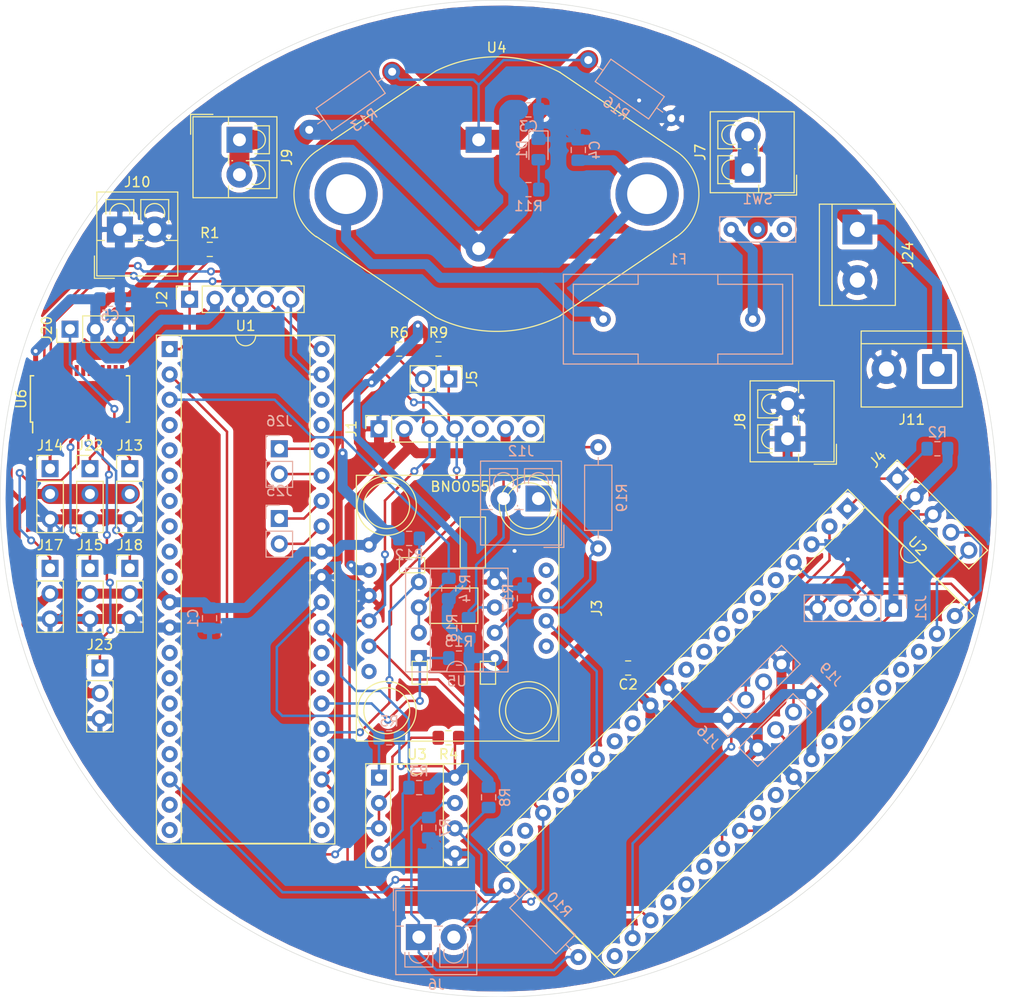
<source format=kicad_pcb>
(kicad_pcb (version 20171130) (host pcbnew "(5.1.4)-1")
  (layers (0 F.Cu signal) (31 B.Cu signal) (34 B.Paste user) (35 F.Paste user) (36 B.SilkS user) (37 F.SilkS user) (38 B.Mask user) (39 F.Mask user) (44 Edge.Cuts user))
  (net 0 "")
  (net 1 BEC1)
  (net 2 GND)
  (net 3 +5VD)
  (net 4 "Net-(C4-Pad1)")
  (net 5 "Net-(D1-Pad2)")
  (net 6 "Net-(F1-Pad2)")
  (net 7 +3V3)
  (net 8 /SDA)
  (net 9 /SCL)
  (net 10 "Net-(J1-Pad5)")
  (net 11 "Net-(J1-Pad7)")
  (net 12 ~MCLR1)
  (net 13 PGD1)
  (net 14 PGC1)
  (net 15 /INT)
  (net 16 PGC2)
  (net 17 PGD2)
  (net 18 ~MCLR2)
  (net 19 "Net-(J6-Pad2)")
  (net 20 "Net-(J6-Pad1)")
  (net 21 +12V)
  (net 22 "Net-(J12-Pad1)")
  (net 23 "Net-(J12-Pad2)")
  (net 24 "/Motor Controle/SERVO_CAMERA")
  (net 25 "/Motor Controle/PWM_FR")
  (net 26 "/Motor Controle/PWM_FL")
  (net 27 TRIG1)
  (net 28 ECHO1)
  (net 29 "/Motor Controle/PWM_BR")
  (net 30 "/Motor Controle/PWM_BL")
  (net 31 TRIG2)
  (net 32 ECHO2)
  (net 33 "/Motor Controle/SERVO_GRIPPER")
  (net 34 ECHO3)
  (net 35 TRIG3)
  (net 36 "/Motor Controle/PWM_UR")
  (net 37 "/Motor Controle/PWM_UL")
  (net 38 BR-R)
  (net 39 BL-R)
  (net 40 UR-R)
  (net 41 UL-R)
  (net 42 TX1)
  (net 43 EN1)
  (net 44 RX1)
  (net 45 TX2)
  (net 46 "Net-(R13-Pad2)")
  (net 47 EN2)
  (net 48 RX2)
  (net 49 "Net-(SW1-Pad3)")
  (net 50 "Net-(U1-Pad21)")
  (net 51 "Net-(U1-Pad22)")
  (net 52 "Net-(U1-Pad4)")
  (net 53 "Net-(U1-Pad24)")
  (net 54 "Net-(U1-Pad5)")
  (net 55 "Net-(U1-Pad6)")
  (net 56 "Net-(U1-Pad7)")
  (net 57 "Net-(U1-Pad27)")
  (net 58 "Net-(U1-Pad8)")
  (net 59 "Net-(U1-Pad28)")
  (net 60 "Net-(U1-Pad9)")
  (net 61 "Net-(U1-Pad10)")
  (net 62 "Net-(U1-Pad13)")
  (net 63 "Net-(U1-Pad14)")
  (net 64 "Net-(U1-Pad15)")
  (net 65 "Net-(U1-Pad16)")
  (net 66 "Net-(U1-Pad17)")
  (net 67 "Net-(U1-Pad37)")
  (net 68 "Net-(U1-Pad38)")
  (net 69 "Net-(U1-Pad19)")
  (net 70 "Net-(U1-Pad20)")
  (net 71 "Net-(U2-Pad20)")
  (net 72 "Net-(U2-Pad19)")
  (net 73 "Net-(U2-Pad38)")
  (net 74 "Net-(U2-Pad37)")
  (net 75 "Net-(U2-Pad17)")
  (net 76 "Net-(U2-Pad36)")
  (net 77 "Net-(U2-Pad16)")
  (net 78 "Net-(U2-Pad35)")
  (net 79 "Net-(U2-Pad34)")
  (net 80 "Net-(U2-Pad14)")
  (net 81 "Net-(U2-Pad33)")
  (net 82 "Net-(U2-Pad13)")
  (net 83 "Net-(U2-Pad30)")
  (net 84 "Net-(U2-Pad10)")
  (net 85 "Net-(U2-Pad29)")
  (net 86 "Net-(U2-Pad9)")
  (net 87 "Net-(U2-Pad8)")
  (net 88 "Net-(U2-Pad7)")
  (net 89 "Net-(U2-Pad26)")
  (net 90 "Net-(U2-Pad6)")
  (net 91 "Net-(U2-Pad25)")
  (net 92 "Net-(U2-Pad5)")
  (net 93 "Net-(U2-Pad24)")
  (net 94 "Net-(U2-Pad21)")
  (net 95 "Net-(U6-Pad15)")
  (net 96 "Net-(U6-Pad16)")
  (net 97 "Net-(U6-Pad17)")
  (net 98 "Net-(U6-Pad18)")
  (net 99 "Net-(U6-Pad19)")
  (net 100 "Net-(U6-Pad20)")
  (net 101 "Net-(U6-Pad21)")
  (net 102 "Net-(U6-Pad22)")
  (net 103 "Net-(U6-Pad25)")
  (net 104 /RST)
  (net 105 /ADR)
  (net 106 /PS1)
  (net 107 /PS0)
  (module Footprints:BNO055-Module_Adafruit (layer F.Cu) (at 87 111 270)
    (fp_text reference J3 (at 0 -22.86 90) (layer F.SilkS))
    (fp_text value BNO055)
    (fp_text user BNO055 (at -12.192 -9.144) (layer F.SilkS))
    (pad 1 thru_hole circle (at -6.35 0 270) (size 1.524 1.524) (drill 0.762) (layers *.Cu *.Mask) (net 1 BEC1))
    (pad 2 thru_hole circle (at -3.81 0 270) (size 1.524 1.524) (drill 0.762) (layers *.Cu *.Mask) (net 7 +3V3))
    (pad 3 thru_hole circle (at -1.27 0 270) (size 1.524 1.524) (drill 0.762) (layers *.Cu *.Mask) (net 2 GND))
    (pad 4 thru_hole circle (at 1.27 0 270) (size 1.524 1.524) (drill 0.762) (layers *.Cu *.Mask) (net 8 /SDA))
    (pad 5 thru_hole circle (at 3.81 0 270) (size 1.524 1.524) (drill 0.762) (layers *.Cu *.Mask) (net 9 /SCL))
    (pad 6 thru_hole circle (at 6.35 0 270) (size 1.524 1.524) (drill 0.762) (layers *.Cu *.Mask) (net 104 /RST))
    (pad 7 thru_hole circle (at 3.81 -17.78 270) (size 1.524 1.524) (drill 0.762) (layers *.Cu *.Mask) (net 105 /ADR))
    (pad 8 thru_hole circle (at 1.27 -17.78 270) (size 1.524 1.524) (drill 0.762) (layers *.Cu *.Mask) (net 15 /INT))
    (pad 9 thru_hole circle (at -1.27 -17.78 270) (size 1.524 1.524) (drill 0.762) (layers *.Cu *.Mask) (net 106 /PS1))
    (pad 10 thru_hole circle (at -3.81 -17.78 270) (size 1.524 1.524) (drill 0.762) (layers *.Cu *.Mask) (net 107 /PS0))
  )
  (module Footprints:Fuseholder_23x9x10mm (layer B.Cu) (at 118 82)
    (fp_text reference F1 (at 0 -6 180) (layer B.SilkS) (effects (justify mirror)))
    (fp_text value 5A)
    (pad 1 thru_hole circle (at -7.5 0) (size 1.524 1.524) (drill 0.762) (layers *.Cu *.Mask) (net 4 "Net-(C4-Pad1)"))
    (pad 2 thru_hole circle (at 7.5 0) (size 1.524 1.524) (drill 0.762) (layers *.Cu *.Mask) (net 6 "Net-(F1-Pad2)"))
  )
  (module Connector_PinSocket_2.54mm:PinSocket_1x05_P2.54mm_Vertical (layer F.Cu) (at 69 80 90)
    (fp_text reference J2 (at 0 -2.77 90) (layer F.SilkS))
    (fp_text value ICSP_Main)
    (pad 5 thru_hole oval (at 0 10.16 90) (size 1.7 1.7) (drill 1) (layers *.Cu *.Mask) (net 14 PGC1))
    (pad 4 thru_hole oval (at 0 7.62 90) (size 1.7 1.7) (drill 1) (layers *.Cu *.Mask) (net 13 PGD1))
    (pad 3 thru_hole oval (at 0 5.08 90) (size 1.7 1.7) (drill 1) (layers *.Cu *.Mask) (net 2 GND))
    (pad 2 thru_hole oval (at 0 2.54 90) (size 1.7 1.7) (drill 1) (layers *.Cu *.Mask) (net 1 BEC1))
    (pad 1 thru_hole rect (at 0 0 90) (size 1.7 1.7) (drill 1) (layers *.Cu *.Mask) (net 12 ~MCLR1))
  )
  (module Connector_PinSocket_2.54mm:PinSocket_1x05_P2.54mm_Vertical (layer F.Cu) (at 140 98 45)
    (fp_text reference J4 (at 0 -2.77 45) (layer F.SilkS))
    (fp_text value ICSP_Slave)
    (pad 1 thru_hole rect (at 0 0 45) (size 1.7 1.7) (drill 1) (layers *.Cu *.Mask) (net 18 ~MCLR2))
    (pad 2 thru_hole oval (at 0 2.54 45) (size 1.7 1.7) (drill 1) (layers *.Cu *.Mask) (net 1 BEC1))
    (pad 3 thru_hole oval (at 0 5.08 45) (size 1.7 1.7) (drill 1) (layers *.Cu *.Mask) (net 2 GND))
    (pad 4 thru_hole oval (at 0 7.62 45) (size 1.7 1.7) (drill 1) (layers *.Cu *.Mask) (net 17 PGD2))
    (pad 5 thru_hole oval (at 0 10.16 45) (size 1.7 1.7) (drill 1) (layers *.Cu *.Mask) (net 16 PGC2))
  )
  (module Connector_PinHeader_2.54mm:PinHeader_1x02_P2.54mm_Vertical (layer F.Cu) (at 95 88 270)
    (fp_text reference J5 (at 0 -2.33 90) (layer F.SilkS))
    (fp_text value Jetson_I2C)
    (pad 1 thru_hole rect (at 0 0 270) (size 1.7 1.7) (drill 1) (layers *.Cu *.Mask) (net 9 /SCL))
    (pad 2 thru_hole oval (at 0 2.54 270) (size 1.7 1.7) (drill 1) (layers *.Cu *.Mask) (net 8 /SDA))
  )
  (module TerminalBlock_4Ucon:TerminalBlock_4Ucon_1x02_P3.50mm_Vertical (layer B.Cu) (at 92 144)
    (fp_text reference J6 (at 1.75 4.76) (layer B.SilkS) (effects (justify mirror)))
    (fp_text value RS485)
    (pad 2 thru_hole circle (at 3.5 0) (size 2.6 2.6) (drill 1.3) (layers *.Cu *.Mask) (net 19 "Net-(J6-Pad2)"))
    (pad 1 thru_hole rect (at 0 0) (size 2.6 2.6) (drill 1.3) (layers *.Cu *.Mask) (net 20 "Net-(J6-Pad1)"))
  )
  (module TerminalBlock_4Ucon:TerminalBlock_4Ucon_1x02_P3.50mm_Vertical (layer F.Cu) (at 125 67 90)
    (fp_text reference J7 (at 1.75 -4.76 90) (layer F.SilkS))
    (fp_text value Raspberry_PWR)
    (pad 2 thru_hole circle (at 3.5 0 90) (size 2.6 2.6) (drill 1.3) (layers *.Cu *.Mask) (net 3 +5VD))
    (pad 1 thru_hole rect (at 0 0 90) (size 2.6 2.6) (drill 1.3) (layers *.Cu *.Mask) (net 3 +5VD))
  )
  (module TerminalBlock_4Ucon:TerminalBlock_4Ucon_1x02_P3.50mm_Vertical (layer F.Cu) (at 129 94 90)
    (fp_text reference J8 (at 1.75 -4.76 90) (layer F.SilkS))
    (fp_text value Raspberry_GROUN)
    (pad 1 thru_hole rect (at 0 0 90) (size 2.6 2.6) (drill 1.3) (layers *.Cu *.Mask) (net 2 GND))
    (pad 2 thru_hole circle (at 3.5 0 90) (size 2.6 2.6) (drill 1.3) (layers *.Cu *.Mask) (net 2 GND))
  )
  (module TerminalBlock_4Ucon:TerminalBlock_4Ucon_1x02_P3.50mm_Vertical (layer F.Cu) (at 74 64 270)
    (fp_text reference J9 (at 1.75 -4.76 90) (layer F.SilkS))
    (fp_text value Jetson_PWR)
    (pad 2 thru_hole circle (at 3.5 0 270) (size 2.6 2.6) (drill 1.3) (layers *.Cu *.Mask) (net 3 +5VD))
    (pad 1 thru_hole rect (at 0 0 270) (size 2.6 2.6) (drill 1.3) (layers *.Cu *.Mask) (net 3 +5VD))
  )
  (module TerminalBlock_4Ucon:TerminalBlock_4Ucon_1x02_P3.50mm_Vertical (layer F.Cu) (at 62 73)
    (fp_text reference J10 (at 1.75 -4.76) (layer F.SilkS))
    (fp_text value Jetson_GROUND)
    (pad 1 thru_hole rect (at 0 0) (size 2.6 2.6) (drill 1.3) (layers *.Cu *.Mask) (net 2 GND))
    (pad 2 thru_hole circle (at 3.5 0) (size 2.6 2.6) (drill 1.3) (layers *.Cu *.Mask) (net 2 GND))
  )
  (module TerminalBlock:TerminalBlock_bornier-2_P5.08mm (layer F.Cu) (at 144 87 180)
    (fp_text reference J11 (at 2.54 -5.08) (layer F.SilkS))
    (fp_text value PWR_IN)
    (pad 2 thru_hole circle (at 5.08 0 180) (size 3 3) (drill 1.52) (layers *.Cu *.Mask) (net 2 GND))
    (pad 1 thru_hole rect (at 0 0 180) (size 3 3) (drill 1.52) (layers *.Cu *.Mask) (net 21 +12V))
  )
  (module TerminalBlock_4Ucon:TerminalBlock_4Ucon_1x02_P3.50mm_Vertical (layer B.Cu) (at 104 100 180)
    (fp_text reference J12 (at 1.75 4.76) (layer B.SilkS) (effects (justify mirror)))
    (fp_text value RS485)
    (pad 1 thru_hole rect (at 0 0 180) (size 2.6 2.6) (drill 1.3) (layers *.Cu *.Mask) (net 22 "Net-(J12-Pad1)"))
    (pad 2 thru_hole circle (at 3.5 0 180) (size 2.6 2.6) (drill 1.3) (layers *.Cu *.Mask) (net 23 "Net-(J12-Pad2)"))
  )
  (module Connector_PinHeader_2.54mm:PinHeader_1x03_P2.54mm_Vertical (layer F.Cu) (at 63 97)
    (fp_text reference J13 (at 0 -2.33) (layer F.SilkS))
    (fp_text value "SERVO Camera")
    (pad 1 thru_hole rect (at 0 0) (size 1.7 1.7) (drill 1) (layers *.Cu *.Mask) (net 24 "/Motor Controle/SERVO_CAMERA"))
    (pad 2 thru_hole oval (at 0 2.54) (size 1.7 1.7) (drill 1) (layers *.Cu *.Mask) (net 1 BEC1))
    (pad 3 thru_hole oval (at 0 5.08) (size 1.7 1.7) (drill 1) (layers *.Cu *.Mask) (net 2 GND))
  )
  (module Connector_PinSocket_2.54mm:PinSocket_1x04_P2.54mm_Vertical (layer B.Cu) (at 123 122 315)
    (fp_text reference J16 (at 0 2.77 135) (layer B.SilkS) (effects (justify mirror)))
    (fp_text value JSN-SR04T)
    (pad 1 thru_hole rect (at 0 0 315) (size 1.7 1.7) (drill 1) (layers *.Cu *.Mask) (net 1 BEC1))
    (pad 2 thru_hole oval (at 0 -2.54 315) (size 1.7 1.7) (drill 1) (layers *.Cu *.Mask) (net 27 TRIG1))
    (pad 3 thru_hole oval (at 0 -5.08 315) (size 1.7 1.7) (drill 1) (layers *.Cu *.Mask) (net 28 ECHO1))
    (pad 4 thru_hole oval (at 0 -7.62 315) (size 1.7 1.7) (drill 1) (layers *.Cu *.Mask) (net 2 GND))
  )
  (module Connector_PinSocket_2.54mm:PinSocket_1x04_P2.54mm_Vertical (layer B.Cu) (at 131.388154 119.611846 135)
    (fp_text reference J19 (at 0 2.77 135) (layer B.SilkS) (effects (justify mirror)))
    (fp_text value JSN-SR04T)
    (pad 1 thru_hole rect (at 0 0 135) (size 1.7 1.7) (drill 1) (layers *.Cu *.Mask) (net 1 BEC1))
    (pad 2 thru_hole oval (at 0 -2.54 135) (size 1.7 1.7) (drill 1) (layers *.Cu *.Mask) (net 31 TRIG2))
    (pad 3 thru_hole oval (at 0 -5.08 135) (size 1.7 1.7) (drill 1) (layers *.Cu *.Mask) (net 32 ECHO2))
    (pad 4 thru_hole oval (at 0 -7.62 135) (size 1.7 1.7) (drill 1) (layers *.Cu *.Mask) (net 2 GND))
  )
  (module Connector_PinSocket_2.54mm:PinSocket_1x04_P2.54mm_Vertical (layer B.Cu) (at 139.62 111 90)
    (fp_text reference J21 (at 0 2.77 90) (layer B.SilkS) (effects (justify mirror)))
    (fp_text value JSN-SR04T)
    (pad 4 thru_hole oval (at 0 -7.62 90) (size 1.7 1.7) (drill 1) (layers *.Cu *.Mask) (net 2 GND))
    (pad 3 thru_hole oval (at 0 -5.08 90) (size 1.7 1.7) (drill 1) (layers *.Cu *.Mask) (net 34 ECHO3))
    (pad 2 thru_hole oval (at 0 -2.54 90) (size 1.7 1.7) (drill 1) (layers *.Cu *.Mask) (net 35 TRIG3))
    (pad 1 thru_hole rect (at 0 0 90) (size 1.7 1.7) (drill 1) (layers *.Cu *.Mask) (net 1 BEC1))
  )
  (module Connector_PinHeader_2.54mm:PinHeader_1x03_P2.54mm_Vertical (layer F.Cu) (at 59 97)
    (fp_text reference J22 (at 0 -2.33) (layer F.SilkS))
    (fp_text value "SAĞ ÜST")
    (pad 1 thru_hole rect (at 0 0) (size 1.7 1.7) (drill 1) (layers *.Cu *.Mask) (net 36 "/Motor Controle/PWM_UR"))
    (pad 2 thru_hole oval (at 0 2.54) (size 1.7 1.7) (drill 1) (layers *.Cu *.Mask) (net 1 BEC1))
    (pad 3 thru_hole oval (at 0 5.08) (size 1.7 1.7) (drill 1) (layers *.Cu *.Mask) (net 2 GND))
  )
  (module Connector_PinHeader_2.54mm:PinHeader_1x03_P2.54mm_Vertical (layer F.Cu) (at 60 117)
    (fp_text reference J23 (at 0 -2.33) (layer F.SilkS))
    (fp_text value "SOL ÜST")
    (pad 3 thru_hole oval (at 0 5.08) (size 1.7 1.7) (drill 1) (layers *.Cu *.Mask) (net 2 GND))
    (pad 2 thru_hole oval (at 0 2.54) (size 1.7 1.7) (drill 1) (layers *.Cu *.Mask) (net 1 BEC1))
    (pad 1 thru_hole rect (at 0 0) (size 1.7 1.7) (drill 1) (layers *.Cu *.Mask) (net 37 "/Motor Controle/PWM_UL"))
  )
  (module TerminalBlock:TerminalBlock_bornier-2_P5.08mm (layer F.Cu) (at 136 73 270)
    (fp_text reference J24 (at 2.54 -5.08 270) (layer F.SilkS))
    (fp_text value Power)
    (pad 1 thru_hole rect (at 0 0 270) (size 3 3) (drill 1.52) (layers *.Cu *.Mask) (net 21 +12V))
    (pad 2 thru_hole circle (at 5.08 0 270) (size 3 3) (drill 1.52) (layers *.Cu *.Mask) (net 2 GND))
  )
  (module Resistor_SMD:R_0805_2012Metric_Pad1.15x1.40mm_HandSolder (layer F.Cu) (at 71.025 75)
    (fp_text reference R1 (at 0 -1.65) (layer F.SilkS))
    (fp_text value 10k)
    (pad 1 smd roundrect (at -1.025 0) (size 1.15 1.4) (layers F.Cu F.Paste F.Mask) (roundrect_rratio 0.217391) (net 1 BEC1))
    (pad 2 smd roundrect (at 1.025 0) (size 1.15 1.4) (layers F.Cu F.Paste F.Mask) (roundrect_rratio 0.217391) (net 12 ~MCLR1))
  )
  (module Resistor_SMD:R_0805_2012Metric_Pad1.15x1.40mm_HandSolder (layer B.Cu) (at 144.025 95 180)
    (fp_text reference R2 (at 0 1.65) (layer B.SilkS) (effects (justify mirror)))
    (fp_text value 10k)
    (pad 2 smd roundrect (at 1.025 0 180) (size 1.15 1.4) (layers B.Cu B.Paste B.Mask) (roundrect_rratio 0.217391) (net 18 ~MCLR2))
    (pad 1 smd roundrect (at -1.025 0 180) (size 1.15 1.4) (layers B.Cu B.Paste B.Mask) (roundrect_rratio 0.217391) (net 1 BEC1))
  )
  (module Resistor_SMD:R_0805_2012Metric_Pad1.15x1.40mm_HandSolder (layer B.Cu) (at 92.025 129 180)
    (fp_text reference R3 (at 0 1.65) (layer B.SilkS) (effects (justify mirror)))
    (fp_text value 10k)
    (pad 1 smd roundrect (at -1.025 0 180) (size 1.15 1.4) (layers B.Cu B.Paste B.Mask) (roundrect_rratio 0.217391) (net 1 BEC1))
    (pad 2 smd roundrect (at 1.025 0 180) (size 1.15 1.4) (layers B.Cu B.Paste B.Mask) (roundrect_rratio 0.217391) (net 42 TX1))
  )
  (module Resistor_SMD:R_0805_2012Metric_Pad1.15x1.40mm_HandSolder (layer F.Cu) (at 94.975 124 180)
    (fp_text reference R4 (at 0 -1.65) (layer F.SilkS))
    (fp_text value 10k)
    (pad 1 smd roundrect (at -1.025 0 180) (size 1.15 1.4) (layers F.Cu F.Paste F.Mask) (roundrect_rratio 0.217391) (net 1 BEC1))
    (pad 2 smd roundrect (at 1.025 0 180) (size 1.15 1.4) (layers F.Cu F.Paste F.Mask) (roundrect_rratio 0.217391) (net 43 EN1))
  )
  (module Resistor_SMD:R_0805_2012Metric_Pad1.15x1.40mm_HandSolder (layer B.Cu) (at 89.025 124 180)
    (fp_text reference R5 (at 0 1.65) (layer B.SilkS) (effects (justify mirror)))
    (fp_text value 10k)
    (pad 2 smd roundrect (at 1.025 0 180) (size 1.15 1.4) (layers B.Cu B.Paste B.Mask) (roundrect_rratio 0.217391) (net 44 RX1))
    (pad 1 smd roundrect (at -1.025 0 180) (size 1.15 1.4) (layers B.Cu B.Paste B.Mask) (roundrect_rratio 0.217391) (net 1 BEC1))
  )
  (module Resistor_SMD:R_0805_2012Metric_Pad1.15x1.40mm_HandSolder (layer F.Cu) (at 90.025 85)
    (fp_text reference R6 (at 0 -1.65) (layer F.SilkS))
    (fp_text value 4k7)
    (pad 2 smd roundrect (at 1.025 0) (size 1.15 1.4) (layers F.Cu F.Paste F.Mask) (roundrect_rratio 0.217391) (net 1 BEC1))
    (pad 1 smd roundrect (at -1.025 0) (size 1.15 1.4) (layers F.Cu F.Paste F.Mask) (roundrect_rratio 0.217391) (net 8 /SDA))
  )
  (module Resistor_SMD:R_0805_2012Metric_Pad1.15x1.40mm_HandSolder (layer B.Cu) (at 93 133.025 90)
    (fp_text reference R7 (at 0 1.65 270) (layer B.SilkS) (effects (justify mirror)))
    (fp_text value 20k)
    (pad 1 smd roundrect (at -1.025 0 90) (size 1.15 1.4) (layers B.Cu B.Paste B.Mask) (roundrect_rratio 0.217391) (net 2 GND))
    (pad 2 smd roundrect (at 1.025 0 90) (size 1.15 1.4) (layers B.Cu B.Paste B.Mask) (roundrect_rratio 0.217391) (net 20 "Net-(J6-Pad1)"))
  )
  (module Resistor_SMD:R_0805_2012Metric_Pad1.15x1.40mm_HandSolder (layer B.Cu) (at 99 129.975 90)
    (fp_text reference R8 (at 0 1.65 90) (layer B.SilkS) (effects (justify mirror)))
    (fp_text value 20k)
    (pad 2 smd roundrect (at 1.025 0 90) (size 1.15 1.4) (layers B.Cu B.Paste B.Mask) (roundrect_rratio 0.217391) (net 1 BEC1))
    (pad 1 smd roundrect (at -1.025 0 90) (size 1.15 1.4) (layers B.Cu B.Paste B.Mask) (roundrect_rratio 0.217391) (net 19 "Net-(J6-Pad2)"))
  )
  (module Resistor_SMD:R_0805_2012Metric_Pad1.15x1.40mm_HandSolder (layer F.Cu) (at 93.975 85)
    (fp_text reference R9 (at 0 -1.65) (layer F.SilkS))
    (fp_text value 4k7)
    (pad 1 smd roundrect (at -1.025 0) (size 1.15 1.4) (layers F.Cu F.Paste F.Mask) (roundrect_rratio 0.217391) (net 1 BEC1))
    (pad 2 smd roundrect (at 1.025 0) (size 1.15 1.4) (layers F.Cu F.Paste F.Mask) (roundrect_rratio 0.217391) (net 9 /SCL))
  )
  (module Resistor_THT:R_Axial_DIN0207_L6.3mm_D2.5mm_P10.16mm_Horizontal (layer B.Cu) (at 108 146 135)
    (fp_text reference R10 (at 5.08 2.370001 -45) (layer B.SilkS) (effects (justify mirror)))
    (fp_text value 120)
    (pad 2 thru_hole oval (at 10.16 0 135) (size 1.6 1.6) (drill 0.8) (layers *.Cu *.Mask) (net 19 "Net-(J6-Pad2)"))
    (pad 1 thru_hole circle (at 0 0 135) (size 1.6 1.6) (drill 0.8) (layers *.Cu *.Mask) (net 20 "Net-(J6-Pad1)"))
  )
  (module Resistor_SMD:R_0805_2012Metric_Pad1.15x1.40mm_HandSolder (layer B.Cu) (at 103 69)
    (fp_text reference R11 (at 0 1.65) (layer B.SilkS) (effects (justify mirror)))
    (fp_text value 1k)
    (pad 2 smd roundrect (at 1.025 0) (size 1.15 1.4) (layers B.Cu B.Paste B.Mask) (roundrect_rratio 0.217391) (net 5 "Net-(D1-Pad2)"))
    (pad 1 smd roundrect (at -1.025 0) (size 1.15 1.4) (layers B.Cu B.Paste B.Mask) (roundrect_rratio 0.217391) (net 3 +5VD))
  )
  (module Resistor_SMD:R_0805_2012Metric_Pad1.15x1.40mm_HandSolder (layer B.Cu) (at 91.025 104)
    (fp_text reference R12 (at 0 1.65) (layer B.SilkS) (effects (justify mirror)))
    (fp_text value 10k)
    (pad 1 smd roundrect (at -1.025 0) (size 1.15 1.4) (layers B.Cu B.Paste B.Mask) (roundrect_rratio 0.217391) (net 1 BEC1))
    (pad 2 smd roundrect (at 1.025 0) (size 1.15 1.4) (layers B.Cu B.Paste B.Mask) (roundrect_rratio 0.217391) (net 45 TX2))
  )
  (module Resistor_THT:R_Axial_DIN0207_L6.3mm_D2.5mm_P10.16mm_Horizontal (layer B.Cu) (at 81 63 35)
    (fp_text reference R13 (at 5.08 2.37 35) (layer B.SilkS) (effects (justify mirror)))
    (fp_text value 270)
    (pad 2 thru_hole oval (at 10.16 0 35) (size 1.6 1.6) (drill 0.8) (layers *.Cu *.Mask) (net 46 "Net-(R13-Pad2)"))
    (pad 1 thru_hole circle (at 0 0 35) (size 1.6 1.6) (drill 0.8) (layers *.Cu *.Mask) (net 3 +5VD))
  )
  (module Resistor_SMD:R_0805_2012Metric_Pad1.15x1.40mm_HandSolder (layer B.Cu) (at 95 109.025 90)
    (fp_text reference R14 (at 0 1.65 90) (layer B.SilkS) (effects (justify mirror)))
    (fp_text value 10k)
    (pad 1 smd roundrect (at -1.025 0 90) (size 1.15 1.4) (layers B.Cu B.Paste B.Mask) (roundrect_rratio 0.217391) (net 1 BEC1))
    (pad 2 smd roundrect (at 1.025 0 90) (size 1.15 1.4) (layers B.Cu B.Paste B.Mask) (roundrect_rratio 0.217391) (net 47 EN2))
  )
  (module Resistor_SMD:R_0805_2012Metric_Pad1.15x1.40mm_HandSolder (layer B.Cu) (at 96.025 116 180)
    (fp_text reference R15 (at 0 1.65) (layer B.SilkS) (effects (justify mirror)))
    (fp_text value 10k)
    (pad 2 smd roundrect (at 1.025 0 180) (size 1.15 1.4) (layers B.Cu B.Paste B.Mask) (roundrect_rratio 0.217391) (net 48 RX2))
    (pad 1 smd roundrect (at -1.025 0 180) (size 1.15 1.4) (layers B.Cu B.Paste B.Mask) (roundrect_rratio 0.217391) (net 1 BEC1))
  )
  (module Resistor_THT:R_Axial_DIN0207_L6.3mm_D2.5mm_P10.16mm_Horizontal (layer B.Cu) (at 109 56 325)
    (fp_text reference R16 (at 5.08 2.37 145) (layer B.SilkS) (effects (justify mirror)))
    (fp_text value 820)
    (pad 1 thru_hole circle (at 0 0 325) (size 1.6 1.6) (drill 0.8) (layers *.Cu *.Mask) (net 46 "Net-(R13-Pad2)"))
    (pad 2 thru_hole oval (at 10.16 0 325) (size 1.6 1.6) (drill 0.8) (layers *.Cu *.Mask) (net 2 GND))
  )
  (module Resistor_SMD:R_0805_2012Metric_Pad1.15x1.40mm_HandSolder (layer B.Cu) (at 102.6 110 270)
    (fp_text reference R17 (at 0 1.65 270) (layer B.SilkS) (effects (justify mirror)))
    (fp_text value 20k)
    (pad 2 smd roundrect (at 1.025 0 270) (size 1.15 1.4) (layers B.Cu B.Paste B.Mask) (roundrect_rratio 0.217391) (net 22 "Net-(J12-Pad1)"))
    (pad 1 smd roundrect (at -1.025 0 270) (size 1.15 1.4) (layers B.Cu B.Paste B.Mask) (roundrect_rratio 0.217391) (net 2 GND))
  )
  (module Resistor_SMD:R_0805_2012Metric_Pad1.15x1.40mm_HandSolder (layer B.Cu) (at 97 112.975 270)
    (fp_text reference R18 (at 0 1.65 90) (layer B.SilkS) (effects (justify mirror)))
    (fp_text value 20k)
    (pad 1 smd roundrect (at -1.025 0 270) (size 1.15 1.4) (layers B.Cu B.Paste B.Mask) (roundrect_rratio 0.217391) (net 23 "Net-(J12-Pad2)"))
    (pad 2 smd roundrect (at 1.025 0 270) (size 1.15 1.4) (layers B.Cu B.Paste B.Mask) (roundrect_rratio 0.217391) (net 1 BEC1))
  )
  (module Resistor_THT:R_Axial_DIN0207_L6.3mm_D2.5mm_P10.16mm_Horizontal (layer B.Cu) (at 110 105 90)
    (fp_text reference R19 (at 5.08 2.37 90) (layer B.SilkS) (effects (justify mirror)))
    (fp_text value 120)
    (pad 1 thru_hole circle (at 0 0 90) (size 1.6 1.6) (drill 0.8) (layers *.Cu *.Mask) (net 22 "Net-(J12-Pad1)"))
    (pad 2 thru_hole oval (at 10.16 0 90) (size 1.6 1.6) (drill 0.8) (layers *.Cu *.Mask) (net 23 "Net-(J12-Pad2)"))
  )
  (module Footprints:SW_Slide_1P2T_0.105pitch (layer B.Cu) (at 126 73)
    (fp_text reference SW1 (at 0 -3.048) (layer B.SilkS) (effects (justify mirror)))
    (fp_text value PWR)
    (pad 2 thru_hole circle (at 0 0) (size 1.524 1.524) (drill 0.762) (layers *.Cu *.Mask) (net 21 +12V))
    (pad 3 thru_hole circle (at 2.667 0) (size 1.524 1.524) (drill 0.762) (layers *.Cu *.Mask) (net 49 "Net-(SW1-Pad3)"))
    (pad 1 thru_hole circle (at -2.667 0) (size 1.524 1.524) (drill 0.762) (layers *.Cu *.Mask) (net 6 "Net-(F1-Pad2)"))
  )
  (module Package_DIP:DIP-40_W15.24mm_Socket (layer F.Cu) (at 67 85)
    (fp_text reference U1 (at 7.62 -2.33) (layer F.SilkS))
    (fp_text value PIC18F45K22-IP)
    (pad 1 thru_hole rect (at 0 0) (size 1.6 1.6) (drill 0.8) (layers *.Cu *.Mask) (net 12 ~MCLR1))
    (pad 21 thru_hole oval (at 15.24 48.26) (size 1.6 1.6) (drill 0.8) (layers *.Cu *.Mask) (net 50 "Net-(U1-Pad21)"))
    (pad 2 thru_hole oval (at 0 2.54) (size 1.6 1.6) (drill 0.8) (layers *.Cu *.Mask) (net 43 EN1))
    (pad 22 thru_hole oval (at 15.24 45.72) (size 1.6 1.6) (drill 0.8) (layers *.Cu *.Mask) (net 51 "Net-(U1-Pad22)"))
    (pad 3 thru_hole oval (at 0 5.08) (size 1.6 1.6) (drill 0.8) (layers *.Cu *.Mask) (net 47 EN2))
    (pad 23 thru_hole oval (at 15.24 43.18) (size 1.6 1.6) (drill 0.8) (layers *.Cu *.Mask) (net 8 /SDA))
    (pad 4 thru_hole oval (at 0 7.62) (size 1.6 1.6) (drill 0.8) (layers *.Cu *.Mask) (net 52 "Net-(U1-Pad4)"))
    (pad 24 thru_hole oval (at 15.24 40.64) (size 1.6 1.6) (drill 0.8) (layers *.Cu *.Mask) (net 53 "Net-(U1-Pad24)"))
    (pad 5 thru_hole oval (at 0 10.16) (size 1.6 1.6) (drill 0.8) (layers *.Cu *.Mask) (net 54 "Net-(U1-Pad5)"))
    (pad 25 thru_hole oval (at 15.24 38.1) (size 1.6 1.6) (drill 0.8) (layers *.Cu *.Mask) (net 45 TX2))
    (pad 6 thru_hole oval (at 0 12.7) (size 1.6 1.6) (drill 0.8) (layers *.Cu *.Mask) (net 55 "Net-(U1-Pad6)"))
    (pad 26 thru_hole oval (at 15.24 35.56) (size 1.6 1.6) (drill 0.8) (layers *.Cu *.Mask) (net 48 RX2))
    (pad 7 thru_hole oval (at 0 15.24) (size 1.6 1.6) (drill 0.8) (layers *.Cu *.Mask) (net 56 "Net-(U1-Pad7)"))
    (pad 27 thru_hole oval (at 15.24 33.02) (size 1.6 1.6) (drill 0.8) (layers *.Cu *.Mask) (net 57 "Net-(U1-Pad27)"))
    (pad 8 thru_hole oval (at 0 17.78) (size 1.6 1.6) (drill 0.8) (layers *.Cu *.Mask) (net 58 "Net-(U1-Pad8)"))
    (pad 28 thru_hole oval (at 15.24 30.48) (size 1.6 1.6) (drill 0.8) (layers *.Cu *.Mask) (net 59 "Net-(U1-Pad28)"))
    (pad 9 thru_hole oval (at 0 20.32) (size 1.6 1.6) (drill 0.8) (layers *.Cu *.Mask) (net 60 "Net-(U1-Pad9)"))
    (pad 29 thru_hole oval (at 15.24 27.94) (size 1.6 1.6) (drill 0.8) (layers *.Cu *.Mask) (net 42 TX1))
    (pad 10 thru_hole oval (at 0 22.86) (size 1.6 1.6) (drill 0.8) (layers *.Cu *.Mask) (net 61 "Net-(U1-Pad10)"))
    (pad 30 thru_hole oval (at 15.24 25.4) (size 1.6 1.6) (drill 0.8) (layers *.Cu *.Mask) (net 44 RX1))
    (pad 11 thru_hole oval (at 0 25.4) (size 1.6 1.6) (drill 0.8) (layers *.Cu *.Mask) (net 1 BEC1))
    (pad 31 thru_hole oval (at 15.24 22.86) (size 1.6 1.6) (drill 0.8) (layers *.Cu *.Mask) (net 2 GND))
    (pad 12 thru_hole oval (at 0 27.94) (size 1.6 1.6) (drill 0.8) (layers *.Cu *.Mask) (net 2 GND))
    (pad 32 thru_hole oval (at 15.24 20.32) (size 1.6 1.6) (drill 0.8) (layers *.Cu *.Mask) (net 1 BEC1))
    (pad 13 thru_hole oval (at 0 30.48) (size 1.6 1.6) (drill 0.8) (layers *.Cu *.Mask) (net 62 "Net-(U1-Pad13)"))
    (pad 33 thru_hole oval (at 15.24 17.78) (size 1.6 1.6) (drill 0.8) (layers *.Cu *.Mask) (net 41 UL-R))
    (pad 14 thru_hole oval (at 0 33.02) (size 1.6 1.6) (drill 0.8) (layers *.Cu *.Mask) (net 63 "Net-(U1-Pad14)"))
    (pad 34 thru_hole oval (at 15.24 15.24) (size 1.6 1.6) (drill 0.8) (layers *.Cu *.Mask) (net 40 UR-R))
    (pad 15 thru_hole oval (at 0 35.56) (size 1.6 1.6) (drill 0.8) (layers *.Cu *.Mask) (net 64 "Net-(U1-Pad15)"))
    (pad 35 thru_hole oval (at 15.24 12.7) (size 1.6 1.6) (drill 0.8) (layers *.Cu *.Mask) (net 39 BL-R))
    (pad 16 thru_hole oval (at 0 38.1) (size 1.6 1.6) (drill 0.8) (layers *.Cu *.Mask) (net 65 "Net-(U1-Pad16)"))
    (pad 36 thru_hole oval (at 15.24 10.16) (size 1.6 1.6) (drill 0.8) (layers *.Cu *.Mask) (net 38 BR-R))
    (pad 17 thru_hole oval (at 0 40.64) (size 1.6 1.6) (drill 0.8) (layers *.Cu *.Mask) (net 66 "Net-(U1-Pad17)"))
    (pad 37 thru_hole oval (at 15.24 7.62) (size 1.6 1.6) (drill 0.8) (layers *.Cu *.Mask) (net 67 "Net-(U1-Pad37)"))
    (pad 18 thru_hole oval (at 0 43.18) (size 1.6 1.6) (drill 0.8) (layers *.Cu *.Mask) (net 9 /SCL))
    (pad 38 thru_hole oval (at 15.24 5.08) (size 1.6 1.6) (drill 0.8) (layers *.Cu *.Mask) (net 68 "Net-(U1-Pad38)"))
    (pad 19 thru_hole oval (at 0 45.72) (size 1.6 1.6) (drill 0.8) (layers *.Cu *.Mask) (net 69 "Net-(U1-Pad19)"))
    (pad 39 thru_hole oval (at 15.24 2.54) (size 1.6 1.6) (drill 0.8) (layers *.Cu *.Mask) (net 14 PGC1))
    (pad 20 thru_hole oval (at 0 48.26) (size 1.6 1.6) (drill 0.8) (layers *.Cu *.Mask) (net 70 "Net-(U1-Pad20)"))
    (pad 40 thru_hole oval (at 15.24 0) (size 1.6 1.6) (drill 0.8) (layers *.Cu *.Mask) (net 13 PGD1))
  )
  (module Package_DIP:DIP-40_W15.24mm_Socket (layer F.Cu) (at 135 101 315)
    (fp_text reference U2 (at 7.62 -2.33 135) (layer F.SilkS))
    (fp_text value PIC18F45K22-IP)
    (pad 40 thru_hole oval (at 15.24 0 315) (size 1.6 1.6) (drill 0.8) (layers *.Cu *.Mask) (net 17 PGD2))
    (pad 20 thru_hole oval (at 0 48.26 315) (size 1.6 1.6) (drill 0.8) (layers *.Cu *.Mask) (net 71 "Net-(U2-Pad20)"))
    (pad 39 thru_hole oval (at 15.24 2.54 315) (size 1.6 1.6) (drill 0.8) (layers *.Cu *.Mask) (net 16 PGC2))
    (pad 19 thru_hole oval (at 0 45.72 315) (size 1.6 1.6) (drill 0.8) (layers *.Cu *.Mask) (net 72 "Net-(U2-Pad19)"))
    (pad 38 thru_hole oval (at 15.24 5.08 315) (size 1.6 1.6) (drill 0.8) (layers *.Cu *.Mask) (net 73 "Net-(U2-Pad38)"))
    (pad 18 thru_hole oval (at 0 43.18 315) (size 1.6 1.6) (drill 0.8) (layers *.Cu *.Mask) (net 9 /SCL))
    (pad 37 thru_hole oval (at 15.24 7.62 315) (size 1.6 1.6) (drill 0.8) (layers *.Cu *.Mask) (net 74 "Net-(U2-Pad37)"))
    (pad 17 thru_hole oval (at 0 40.64 315) (size 1.6 1.6) (drill 0.8) (layers *.Cu *.Mask) (net 75 "Net-(U2-Pad17)"))
    (pad 36 thru_hole oval (at 15.24 10.16 315) (size 1.6 1.6) (drill 0.8) (layers *.Cu *.Mask) (net 76 "Net-(U2-Pad36)"))
    (pad 16 thru_hole oval (at 0 38.1 315) (size 1.6 1.6) (drill 0.8) (layers *.Cu *.Mask) (net 77 "Net-(U2-Pad16)"))
    (pad 35 thru_hole oval (at 15.24 12.7 315) (size 1.6 1.6) (drill 0.8) (layers *.Cu *.Mask) (net 78 "Net-(U2-Pad35)"))
    (pad 15 thru_hole oval (at 0 35.56 315) (size 1.6 1.6) (drill 0.8) (layers *.Cu *.Mask) (net 15 /INT))
    (pad 34 thru_hole oval (at 15.24 15.24 315) (size 1.6 1.6) (drill 0.8) (layers *.Cu *.Mask) (net 79 "Net-(U2-Pad34)"))
    (pad 14 thru_hole oval (at 0 33.02 315) (size 1.6 1.6) (drill 0.8) (layers *.Cu *.Mask) (net 80 "Net-(U2-Pad14)"))
    (pad 33 thru_hole oval (at 15.24 17.78 315) (size 1.6 1.6) (drill 0.8) (layers *.Cu *.Mask) (net 81 "Net-(U2-Pad33)"))
    (pad 13 thru_hole oval (at 0 30.48 315) (size 1.6 1.6) (drill 0.8) (layers *.Cu *.Mask) (net 82 "Net-(U2-Pad13)"))
    (pad 32 thru_hole oval (at 15.24 20.32 315) (size 1.6 1.6) (drill 0.8) (layers *.Cu *.Mask) (net 1 BEC1))
    (pad 12 thru_hole oval (at 0 27.94 315) (size 1.6 1.6) (drill 0.8) (layers *.Cu *.Mask) (net 2 GND))
    (pad 31 thru_hole oval (at 15.24 22.86 315) (size 1.6 1.6) (drill 0.8) (layers *.Cu *.Mask) (net 2 GND))
    (pad 11 thru_hole oval (at 0 25.4 315) (size 1.6 1.6) (drill 0.8) (layers *.Cu *.Mask) (net 1 BEC1))
    (pad 30 thru_hole oval (at 15.24 25.4 315) (size 1.6 1.6) (drill 0.8) (layers *.Cu *.Mask) (net 83 "Net-(U2-Pad30)"))
    (pad 10 thru_hole oval (at 0 22.86 315) (size 1.6 1.6) (drill 0.8) (layers *.Cu *.Mask) (net 84 "Net-(U2-Pad10)"))
    (pad 29 thru_hole oval (at 15.24 27.94 315) (size 1.6 1.6) (drill 0.8) (layers *.Cu *.Mask) (net 85 "Net-(U2-Pad29)"))
    (pad 9 thru_hole oval (at 0 20.32 315) (size 1.6 1.6) (drill 0.8) (layers *.Cu *.Mask) (net 86 "Net-(U2-Pad9)"))
    (pad 28 thru_hole oval (at 15.24 30.48 315) (size 1.6 1.6) (drill 0.8) (layers *.Cu *.Mask) (net 34 ECHO3))
    (pad 8 thru_hole oval (at 0 17.78 315) (size 1.6 1.6) (drill 0.8) (layers *.Cu *.Mask) (net 87 "Net-(U2-Pad8)"))
    (pad 27 thru_hole oval (at 15.24 33.02 315) (size 1.6 1.6) (drill 0.8) (layers *.Cu *.Mask) (net 32 ECHO2))
    (pad 7 thru_hole oval (at 0 15.24 315) (size 1.6 1.6) (drill 0.8) (layers *.Cu *.Mask) (net 88 "Net-(U2-Pad7)"))
    (pad 26 thru_hole oval (at 15.24 35.56 315) (size 1.6 1.6) (drill 0.8) (layers *.Cu *.Mask) (net 89 "Net-(U2-Pad26)"))
    (pad 6 thru_hole oval (at 0 12.7 315) (size 1.6 1.6) (drill 0.8) (layers *.Cu *.Mask) (net 90 "Net-(U2-Pad6)"))
    (pad 25 thru_hole oval (at 15.24 38.1 315) (size 1.6 1.6) (drill 0.8) (layers *.Cu *.Mask) (net 91 "Net-(U2-Pad25)"))
    (pad 5 thru_hole oval (at 0 10.16 315) (size 1.6 1.6) (drill 0.8) (layers *.Cu *.Mask) (net 92 "Net-(U2-Pad5)"))
    (pad 24 thru_hole oval (at 15.24 40.64 315) (size 1.6 1.6) (drill 0.8) (layers *.Cu *.Mask) (net 93 "Net-(U2-Pad24)"))
    (pad 4 thru_hole oval (at 0 7.62 315) (size 1.6 1.6) (drill 0.8) (layers *.Cu *.Mask) (net 35 TRIG3))
    (pad 23 thru_hole oval (at 15.24 43.18 315) (size 1.6 1.6) (drill 0.8) (layers *.Cu *.Mask) (net 8 /SDA))
    (pad 3 thru_hole oval (at 0 5.08 315) (size 1.6 1.6) (drill 0.8) (layers *.Cu *.Mask) (net 31 TRIG2))
    (pad 22 thru_hole oval (at 15.24 45.72 315) (size 1.6 1.6) (drill 0.8) (layers *.Cu *.Mask) (net 28 ECHO1))
    (pad 2 thru_hole oval (at 0 2.54 315) (size 1.6 1.6) (drill 0.8) (layers *.Cu *.Mask) (net 27 TRIG1))
    (pad 21 thru_hole oval (at 15.24 48.26 315) (size 1.6 1.6) (drill 0.8) (layers *.Cu *.Mask) (net 94 "Net-(U2-Pad21)"))
    (pad 1 thru_hole rect (at 0 0 315) (size 1.6 1.6) (drill 0.8) (layers *.Cu *.Mask) (net 18 ~MCLR2))
  )
  (module Package_DIP:DIP-8_W7.62mm_Socket (layer F.Cu) (at 88 128)
    (fp_text reference U3 (at 3.81 -2.33) (layer F.SilkS))
    (fp_text value MAX485E)
    (pad 8 thru_hole oval (at 7.62 0) (size 1.6 1.6) (drill 0.8) (layers *.Cu *.Mask) (net 1 BEC1))
    (pad 4 thru_hole oval (at 0 7.62) (size 1.6 1.6) (drill 0.8) (layers *.Cu *.Mask) (net 42 TX1))
    (pad 7 thru_hole oval (at 7.62 2.54) (size 1.6 1.6) (drill 0.8) (layers *.Cu *.Mask) (net 20 "Net-(J6-Pad1)"))
    (pad 3 thru_hole oval (at 0 5.08) (size 1.6 1.6) (drill 0.8) (layers *.Cu *.Mask) (net 43 EN1))
    (pad 6 thru_hole oval (at 7.62 5.08) (size 1.6 1.6) (drill 0.8) (layers *.Cu *.Mask) (net 19 "Net-(J6-Pad2)"))
    (pad 2 thru_hole oval (at 0 2.54) (size 1.6 1.6) (drill 0.8) (layers *.Cu *.Mask) (net 43 EN1))
    (pad 5 thru_hole oval (at 7.62 7.62) (size 1.6 1.6) (drill 0.8) (layers *.Cu *.Mask) (net 2 GND))
    (pad 1 thru_hole rect (at 0 0) (size 1.6 1.6) (drill 0.8) (layers *.Cu *.Mask) (net 44 RX1))
  )
  (module Package_TO_SOT_THT:TO-3 (layer F.Cu) (at 98 64)
    (fp_text reference U4 (at 1.8 -9.25) (layer F.SilkS))
    (fp_text value LM338)
    (pad 1 thru_hole rect (at 0 0) (size 2.6 2.6) (drill 1.3) (layers *.Cu *.Mask) (net 46 "Net-(R13-Pad2)"))
    (pad 2 thru_hole circle (at 0 10.92) (size 2.6 2.6) (drill 1.3) (layers *.Cu *.Mask) (net 3 +5VD))
    (pad 3 thru_hole circle (at -13.3 5.45) (size 6.35 6.35) (drill 4) (layers *.Cu *.Mask) (net 4 "Net-(C4-Pad1)"))
    (pad 3 thru_hole circle (at 16.9 5.45) (size 6.35 6.35) (drill 4) (layers *.Cu *.Mask) (net 4 "Net-(C4-Pad1)"))
  )
  (module Package_DIP:DIP-8_W7.62mm_Socket (layer B.Cu) (at 92 116)
    (fp_text reference U5 (at 3.81 2.33) (layer B.SilkS) (effects (justify mirror)))
    (fp_text value MAX485E)
    (pad 1 thru_hole rect (at 0 0) (size 1.6 1.6) (drill 0.8) (layers *.Cu *.Mask) (net 48 RX2))
    (pad 5 thru_hole oval (at 7.62 -7.62) (size 1.6 1.6) (drill 0.8) (layers *.Cu *.Mask) (net 2 GND))
    (pad 2 thru_hole oval (at 0 -2.54) (size 1.6 1.6) (drill 0.8) (layers *.Cu *.Mask) (net 47 EN2))
    (pad 6 thru_hole oval (at 7.62 -5.08) (size 1.6 1.6) (drill 0.8) (layers *.Cu *.Mask) (net 23 "Net-(J12-Pad2)"))
    (pad 3 thru_hole oval (at 0 -5.08) (size 1.6 1.6) (drill 0.8) (layers *.Cu *.Mask) (net 47 EN2))
    (pad 7 thru_hole oval (at 7.62 -2.54) (size 1.6 1.6) (drill 0.8) (layers *.Cu *.Mask) (net 22 "Net-(J12-Pad1)"))
    (pad 4 thru_hole oval (at 0 -7.62) (size 1.6 1.6) (drill 0.8) (layers *.Cu *.Mask) (net 45 TX2))
    (pad 8 thru_hole oval (at 7.62 0) (size 1.6 1.6) (drill 0.8) (layers *.Cu *.Mask) (net 1 BEC1))
  )
  (module Package_SO:TSSOP-28_4.4x9.7mm_P0.65mm (layer F.Cu) (at 58 90 90)
    (fp_text reference U6 (at 0 -5.9 90) (layer F.SilkS))
    (fp_text value PCA9685PW)
    (pad 1 smd rect (at -2.85 -4.225 90) (size 1.1 0.4) (layers F.Cu F.Paste F.Mask) (net 2 GND))
    (pad 2 smd rect (at -2.85 -3.575 90) (size 1.1 0.4) (layers F.Cu F.Paste F.Mask) (net 2 GND))
    (pad 3 smd rect (at -2.85 -2.925 90) (size 1.1 0.4) (layers F.Cu F.Paste F.Mask) (net 2 GND))
    (pad 4 smd rect (at -2.85 -2.275 90) (size 1.1 0.4) (layers F.Cu F.Paste F.Mask) (net 2 GND))
    (pad 5 smd rect (at -2.85 -1.625 90) (size 1.1 0.4) (layers F.Cu F.Paste F.Mask) (net 2 GND))
    (pad 6 smd rect (at -2.85 -0.975 90) (size 1.1 0.4) (layers F.Cu F.Paste F.Mask) (net 25 "/Motor Controle/PWM_FR"))
    (pad 7 smd rect (at -2.85 -0.325 90) (size 1.1 0.4) (layers F.Cu F.Paste F.Mask) (net 26 "/Motor Controle/PWM_FL"))
    (pad 8 smd rect (at -2.85 0.325 90) (size 1.1 0.4) (layers F.Cu F.Paste F.Mask) (net 29 "/Motor Controle/PWM_BR"))
    (pad 9 smd rect (at -2.85 0.975 90) (size 1.1 0.4) (layers F.Cu F.Paste F.Mask) (net 30 "/Motor Controle/PWM_BL"))
    (pad 10 smd rect (at -2.85 1.625 90) (size 1.1 0.4) (layers F.Cu F.Paste F.Mask) (net 36 "/Motor Controle/PWM_UR"))
    (pad 11 smd rect (at -2.85 2.275 90) (size 1.1 0.4) (layers F.Cu F.Paste F.Mask) (net 37 "/Motor Controle/PWM_UL"))
    (pad 12 smd rect (at -2.85 2.925 90) (size 1.1 0.4) (layers F.Cu F.Paste F.Mask) (net 24 "/Motor Controle/SERVO_CAMERA"))
    (pad 13 smd rect (at -2.85 3.575 90) (size 1.1 0.4) (layers F.Cu F.Paste F.Mask) (net 33 "/Motor Controle/SERVO_GRIPPER"))
    (pad 14 smd rect (at -2.85 4.225 90) (size 1.1 0.4) (layers F.Cu F.Paste F.Mask) (net 2 GND))
    (pad 15 smd rect (at 2.85 4.225 90) (size 1.1 0.4) (layers F.Cu F.Paste F.Mask) (net 95 "Net-(U6-Pad15)"))
    (pad 16 smd rect (at 2.85 3.575 90) (size 1.1 0.4) (layers F.Cu F.Paste F.Mask) (net 96 "Net-(U6-Pad16)"))
    (pad 17 smd rect (at 2.85 2.925 90) (size 1.1 0.4) (layers F.Cu F.Paste F.Mask) (net 97 "Net-(U6-Pad17)"))
    (pad 18 smd rect (at 2.85 2.275 90) (size 1.1 0.4) (layers F.Cu F.Paste F.Mask) (net 98 "Net-(U6-Pad18)"))
    (pad 19 smd rect (at 2.85 1.625 90) (size 1.1 0.4) (layers F.Cu F.Paste F.Mask) (net 99 "Net-(U6-Pad19)"))
    (pad 20 smd rect (at 2.85 0.975 90) (size 1.1 0.4) (layers F.Cu F.Paste F.Mask) (net 100 "Net-(U6-Pad20)"))
    (pad 21 smd rect (at 2.85 0.325 90) (size 1.1 0.4) (layers F.Cu F.Paste F.Mask) (net 101 "Net-(U6-Pad21)"))
    (pad 22 smd rect (at 2.85 -0.325 90) (size 1.1 0.4) (layers F.Cu F.Paste F.Mask) (net 102 "Net-(U6-Pad22)"))
    (pad 23 smd rect (at 2.85 -0.975 90) (size 1.1 0.4) (layers F.Cu F.Paste F.Mask) (net 2 GND))
    (pad 24 smd rect (at 2.85 -1.625 90) (size 1.1 0.4) (layers F.Cu F.Paste F.Mask) (net 2 GND))
    (pad 25 smd rect (at 2.85 -2.275 90) (size 1.1 0.4) (layers F.Cu F.Paste F.Mask) (net 103 "Net-(U6-Pad25)"))
    (pad 26 smd rect (at 2.85 -2.925 90) (size 1.1 0.4) (layers F.Cu F.Paste F.Mask) (net 9 /SCL))
    (pad 27 smd rect (at 2.85 -3.575 90) (size 1.1 0.4) (layers F.Cu F.Paste F.Mask) (net 8 /SDA))
    (pad 28 smd rect (at 2.85 -4.225 90) (size 1.1 0.4) (layers F.Cu F.Paste F.Mask) (net 1 BEC1))
  )
  (module Capacitor_SMD:C_0805_2012Metric_Pad1.15x1.40mm_HandSolder (layer B.Cu) (at 71 112 270)
    (fp_text reference C1 (at 0 1.65 270) (layer B.SilkS) (effects (justify mirror)))
    (fp_text value 1uF)
    (pad 1 smd roundrect (at -1.025 0 270) (size 1.15 1.4) (layers B.Cu B.Paste B.Mask) (roundrect_rratio 0.217391) (net 1 BEC1))
    (pad 2 smd roundrect (at 1.025 0 270) (size 1.15 1.4) (layers B.Cu B.Paste B.Mask) (roundrect_rratio 0.217391) (net 2 GND))
  )
  (module Capacitor_SMD:C_0805_2012Metric_Pad1.15x1.40mm_HandSolder (layer F.Cu) (at 113 117 180)
    (fp_text reference C2 (at 0 -1.65) (layer F.SilkS))
    (fp_text value 1uF)
    (pad 1 smd roundrect (at -1.025 0 180) (size 1.15 1.4) (layers F.Cu F.Paste F.Mask) (roundrect_rratio 0.217391) (net 1 BEC1))
    (pad 2 smd roundrect (at 1.025 0 180) (size 1.15 1.4) (layers F.Cu F.Paste F.Mask) (roundrect_rratio 0.217391) (net 2 GND))
  )
  (module Capacitor_SMD:C_0805_2012Metric_Pad1.15x1.40mm_HandSolder (layer B.Cu) (at 103 61)
    (fp_text reference C3 (at 0 1.65) (layer B.SilkS) (effects (justify mirror)))
    (fp_text value 1uF)
    (pad 2 smd roundrect (at 1.025 0) (size 1.15 1.4) (layers B.Cu B.Paste B.Mask) (roundrect_rratio 0.217391) (net 2 GND))
    (pad 1 smd roundrect (at -1.025 0) (size 1.15 1.4) (layers B.Cu B.Paste B.Mask) (roundrect_rratio 0.217391) (net 3 +5VD))
  )
  (module Capacitor_SMD:C_0805_2012Metric_Pad1.15x1.40mm_HandSolder (layer B.Cu) (at 108 65.025 90)
    (fp_text reference C4 (at 0 1.65 270) (layer B.SilkS) (effects (justify mirror)))
    (fp_text value 0.1uF)
    (pad 1 smd roundrect (at -1.025 0 90) (size 1.15 1.4) (layers B.Cu B.Paste B.Mask) (roundrect_rratio 0.217391) (net 4 "Net-(C4-Pad1)"))
    (pad 2 smd roundrect (at 1.025 0 90) (size 1.15 1.4) (layers B.Cu B.Paste B.Mask) (roundrect_rratio 0.217391) (net 2 GND))
  )
  (module Capacitor_SMD:C_0805_2012Metric_Pad1.15x1.40mm_HandSolder (layer B.Cu) (at 61.025 80)
    (fp_text reference C5 (at 0 1.65) (layer B.SilkS) (effects (justify mirror)))
    (fp_text value 10uF)
    (pad 2 smd roundrect (at 1.025 0) (size 1.15 1.4) (layers B.Cu B.Paste B.Mask) (roundrect_rratio 0.217391) (net 2 GND))
    (pad 1 smd roundrect (at -1.025 0) (size 1.15 1.4) (layers B.Cu B.Paste B.Mask) (roundrect_rratio 0.217391) (net 1 BEC1))
  )
  (module LED_SMD:LED_0805_2012Metric_Pad1.15x1.40mm_HandSolder (layer B.Cu) (at 104 64.975 270)
    (fp_text reference D1 (at 0 1.65 90) (layer B.SilkS) (effects (justify mirror)))
    (fp_text value PWR)
    (pad 1 smd roundrect (at -1.025 0 270) (size 1.15 1.4) (layers B.Cu B.Paste B.Mask) (roundrect_rratio 0.217391) (net 2 GND))
    (pad 2 smd roundrect (at 1.025 0 270) (size 1.15 1.4) (layers B.Cu B.Paste B.Mask) (roundrect_rratio 0.217391) (net 5 "Net-(D1-Pad2)"))
  )
  (module Connector_PinSocket_2.54mm:PinSocket_1x07_P2.54mm_Vertical (layer F.Cu) (at 88 93 90)
    (fp_text reference J1 (at 0 -2.77 90) (layer F.SilkS))
    (fp_text value MS5803-14BA)
    (pad 1 thru_hole rect (at 0 0 90) (size 1.7 1.7) (drill 1) (layers *.Cu *.Mask) (net 2 GND))
    (pad 2 thru_hole oval (at 0 2.54 90) (size 1.7 1.7) (drill 1) (layers *.Cu *.Mask) (net 7 +3V3))
    (pad 3 thru_hole oval (at 0 5.08 90) (size 1.7 1.7) (drill 1) (layers *.Cu *.Mask) (net 8 /SDA))
    (pad 4 thru_hole oval (at 0 7.62 90) (size 1.7 1.7) (drill 1) (layers *.Cu *.Mask) (net 9 /SCL))
    (pad 5 thru_hole oval (at 0 10.16 90) (size 1.7 1.7) (drill 1) (layers *.Cu *.Mask) (net 10 "Net-(J1-Pad5)"))
    (pad 6 thru_hole oval (at 0 12.7 90) (size 1.7 1.7) (drill 1) (layers *.Cu *.Mask) (net 7 +3V3))
    (pad 7 thru_hole oval (at 0 15.24 90) (size 1.7 1.7) (drill 1) (layers *.Cu *.Mask) (net 11 "Net-(J1-Pad7)"))
  )
  (module Connector_PinHeader_2.54mm:PinHeader_1x03_P2.54mm_Vertical (layer F.Cu) (at 55 97)
    (fp_text reference J14 (at 0 -2.33) (layer F.SilkS))
    (fp_text value "SAĞ ÖN")
    (pad 1 thru_hole rect (at 0 0) (size 1.7 1.7) (drill 1) (layers *.Cu *.Mask) (net 25 "/Motor Controle/PWM_FR"))
    (pad 2 thru_hole oval (at 0 2.54) (size 1.7 1.7) (drill 1) (layers *.Cu *.Mask) (net 1 BEC1))
    (pad 3 thru_hole oval (at 0 5.08) (size 1.7 1.7) (drill 1) (layers *.Cu *.Mask) (net 2 GND))
  )
  (module Connector_PinHeader_2.54mm:PinHeader_1x03_P2.54mm_Vertical (layer F.Cu) (at 59 107)
    (fp_text reference J15 (at 0 -2.33) (layer F.SilkS))
    (fp_text value "SOL ÖN")
    (pad 3 thru_hole oval (at 0 5.08) (size 1.7 1.7) (drill 1) (layers *.Cu *.Mask) (net 2 GND))
    (pad 2 thru_hole oval (at 0 2.54) (size 1.7 1.7) (drill 1) (layers *.Cu *.Mask) (net 1 BEC1))
    (pad 1 thru_hole rect (at 0 0) (size 1.7 1.7) (drill 1) (layers *.Cu *.Mask) (net 26 "/Motor Controle/PWM_FL"))
  )
  (module Connector_PinHeader_2.54mm:PinHeader_1x03_P2.54mm_Vertical (layer F.Cu) (at 55 107)
    (fp_text reference J17 (at 0 -2.33) (layer F.SilkS))
    (fp_text value "SAĞ ARKA")
    (pad 1 thru_hole rect (at 0 0) (size 1.7 1.7) (drill 1) (layers *.Cu *.Mask) (net 29 "/Motor Controle/PWM_BR"))
    (pad 2 thru_hole oval (at 0 2.54) (size 1.7 1.7) (drill 1) (layers *.Cu *.Mask) (net 1 BEC1))
    (pad 3 thru_hole oval (at 0 5.08) (size 1.7 1.7) (drill 1) (layers *.Cu *.Mask) (net 2 GND))
  )
  (module Connector_PinHeader_2.54mm:PinHeader_1x03_P2.54mm_Vertical (layer F.Cu) (at 63 107)
    (fp_text reference J18 (at 0 -2.33) (layer F.SilkS))
    (fp_text value "SOL ARKA")
    (pad 3 thru_hole oval (at 0 5.08) (size 1.7 1.7) (drill 1) (layers *.Cu *.Mask) (net 2 GND))
    (pad 2 thru_hole oval (at 0 2.54) (size 1.7 1.7) (drill 1) (layers *.Cu *.Mask) (net 1 BEC1))
    (pad 1 thru_hole rect (at 0 0) (size 1.7 1.7) (drill 1) (layers *.Cu *.Mask) (net 30 "/Motor Controle/PWM_BL"))
  )
  (module Connector_PinHeader_2.54mm:PinHeader_1x03_P2.54mm_Vertical (layer F.Cu) (at 57 83 90)
    (fp_text reference J20 (at 0 -2.33 90) (layer F.SilkS))
    (fp_text value "SERVO Gripper")
    (pad 1 thru_hole rect (at 0 0 90) (size 1.7 1.7) (drill 1) (layers *.Cu *.Mask) (net 33 "/Motor Controle/SERVO_GRIPPER"))
    (pad 2 thru_hole oval (at 0 2.54 90) (size 1.7 1.7) (drill 1) (layers *.Cu *.Mask) (net 1 BEC1))
    (pad 3 thru_hole oval (at 0 5.08 90) (size 1.7 1.7) (drill 1) (layers *.Cu *.Mask) (net 2 GND))
  )
  (module Connector_PinSocket_2.54mm:PinSocket_1x02_P2.54mm_Vertical (layer B.Cu) (at 78 102 180)
    (fp_text reference J25 (at 0 2.77) (layer B.SilkS) (effects (justify mirror)))
    (fp_text value "Relay Up")
    (pad 2 thru_hole oval (at 0 -2.54 180) (size 1.7 1.7) (drill 1) (layers *.Cu *.Mask) (net 41 UL-R))
    (pad 1 thru_hole rect (at 0 0 180) (size 1.7 1.7) (drill 1) (layers *.Cu *.Mask) (net 40 UR-R))
  )
  (module Connector_PinSocket_2.54mm:PinSocket_1x02_P2.54mm_Vertical (layer B.Cu) (at 78 95 180)
    (fp_text reference J26 (at 0 2.77) (layer B.SilkS) (effects (justify mirror)))
    (fp_text value "Relay Back")
    (pad 1 thru_hole rect (at 0 0 180) (size 1.7 1.7) (drill 1) (layers *.Cu *.Mask) (net 38 BR-R))
    (pad 2 thru_hole oval (at 0 -2.54 180) (size 1.7 1.7) (drill 1) (layers *.Cu *.Mask) (net 39 BL-R))
  )
  (gr_circle (center 100 100) (end 150 100) (layer Edge.Cuts) (width 0.05))
  (via (at 90.2 126.85) (size 0.8) (drill 0.4) (layers F.Cu B.Cu) (net 1))
  (segment (start 90.05 124) (end 90.05 126.7) (width 0.25) (layer B.Cu) (net 1))
  (segment (start 90.05 126.7) (end 90.2 126.85) (width 0.25) (layer B.Cu) (net 1))
  (segment (start 94.47 126.85) (end 95.62 128) (width 0.25) (layer F.Cu) (net 1))
  (segment (start 90.2 126.85) (end 94.47 126.85) (width 0.25) (layer F.Cu) (net 1))
  (segment (start 95.62 124.38) (end 96 124) (width 0.25) (layer F.Cu) (net 1))
  (segment (start 95.62 128) (end 95.62 124.38) (width 0.25) (layer F.Cu) (net 1))
  (segment (start 139.62 111.38) (end 139.62 111) (width 0.25) (layer F.Cu) (net 1))
  (segment (start 131.388154 119.611846) (end 139.62 111.38) (width 0.25) (layer F.Cu) (net 1))
  (via (at 53.55 85.2) (size 0.8) (drill 0.4) (layers F.Cu B.Cu) (net 1))
  (via (at 87.25 88.35) (size 0.8) (drill 0.4) (layers F.Cu B.Cu) (net 1))
  (via (at 91.9 82.65) (size 0.8) (drill 0.4) (layers F.Cu B.Cu) (net 1))
  (segment (start 145.05 96.542102) (end 145.05 95) (width 1) (layer B.Cu) (net 1))
  (segment (start 141.796051 99.796051) (end 145.05 96.542102) (width 1) (layer B.Cu) (net 1))
  (segment (start 139.62 101.972102) (end 141.796051 99.796051) (width 1) (layer B.Cu) (net 1))
  (segment (start 139.62 111) (end 139.62 101.972102) (width 1) (layer B.Cu) (net 1))
  (segment (start 120.078976 122) (end 117.039488 118.960512) (width 1) (layer B.Cu) (net 1))
  (segment (start 123 122) (end 120.078976 122) (width 1) (layer B.Cu) (net 1))
  (segment (start 131.388154 119.611846) (end 128.538154 119.611846) (width 1) (layer B.Cu) (net 1))
  (segment (start 126.15 122) (end 123 122) (width 1) (layer B.Cu) (net 1))
  (segment (start 128.538154 119.611846) (end 126.15 122) (width 1) (layer B.Cu) (net 1))
  (segment (start 70.425 110.4) (end 71 110.975) (width 1) (layer B.Cu) (net 1))
  (segment (start 67 110.4) (end 70.425 110.4) (width 1) (layer B.Cu) (net 1))
  (segment (start 71 110.975) (end 74.675 110.975) (width 1) (layer B.Cu) (net 1))
  (segment (start 80.33 105.32) (end 82.24 105.32) (width 1) (layer B.Cu) (net 1))
  (segment (start 74.675 110.975) (end 80.33 105.32) (width 1) (layer B.Cu) (net 1))
  (segment (start 82.24 105.32) (end 83.68 105.32) (width 1) (layer B.Cu) (net 1))
  (segment (start 84.35 104.65) (end 87 104.65) (width 1) (layer B.Cu) (net 1))
  (segment (start 83.68 105.32) (end 84.35 104.65) (width 1) (layer B.Cu) (net 1))
  (segment (start 87 104.65) (end 88.5 103.15) (width 1) (layer B.Cu) (net 1))
  (segment (start 89.15 103.15) (end 90 104) (width 1) (layer B.Cu) (net 1))
  (segment (start 88.5 103.15) (end 89.15 103.15) (width 1) (layer B.Cu) (net 1))
  (segment (start 59.54 80.46) (end 60 80) (width 1) (layer B.Cu) (net 1))
  (segment (start 59.54 83) (end 59.54 80.46) (width 1) (layer B.Cu) (net 1))
  (segment (start 57.039998 80) (end 55.089998 81.95) (width 1) (layer B.Cu) (net 1))
  (segment (start 60 80) (end 57.039998 80) (width 1) (layer B.Cu) (net 1))
  (segment (start 55.089998 83.660002) (end 53.55 85.2) (width 1) (layer B.Cu) (net 1))
  (segment (start 55.089998 81.95) (end 55.089998 83.660002) (width 1) (layer B.Cu) (net 1))
  (segment (start 59.54 81.26) (end 59.54 83) (width 1) (layer F.Cu) (net 1))
  (segment (start 61 79.8) (end 59.54 81.26) (width 1) (layer F.Cu) (net 1))
  (segment (start 62.985998 79.8) (end 61 79.8) (width 1) (layer F.Cu) (net 1))
  (segment (start 70 75) (end 67.785998 75) (width 1) (layer F.Cu) (net 1))
  (segment (start 67.785998 75) (end 62.985998 79.8) (width 1) (layer F.Cu) (net 1))
  (segment (start 63 99.54) (end 59 99.54) (width 2) (layer F.Cu) (net 1))
  (segment (start 59 99.54) (end 55 99.54) (width 2) (layer F.Cu) (net 1))
  (segment (start 66.14 109.54) (end 67 110.4) (width 1) (layer F.Cu) (net 1))
  (segment (start 63 109.54) (end 66.14 109.54) (width 1) (layer F.Cu) (net 1))
  (segment (start 55 109.54) (end 59 109.54) (width 1) (layer F.Cu) (net 1))
  (segment (start 59 109.54) (end 63 109.54) (width 1) (layer F.Cu) (net 1))
  (segment (start 58.797919 119.54) (end 56.607919 117.35) (width 1) (layer F.Cu) (net 1))
  (segment (start 60 119.54) (end 58.797919 119.54) (width 1) (layer F.Cu) (net 1))
  (segment (start 56.607919 117.35) (end 56.607919 116.557919) (width 1) (layer F.Cu) (net 1))
  (segment (start 56.607919 116.557919) (end 52.65 112.6) (width 1) (layer F.Cu) (net 1))
  (segment (start 52.65 106.6) (end 51.55 105.5) (width 1) (layer F.Cu) (net 1))
  (segment (start 51.55 102.99) (end 51.6 102.94) (width 1) (layer F.Cu) (net 1))
  (segment (start 51.55 105.5) (end 51.55 102.99) (width 1) (layer F.Cu) (net 1))
  (segment (start 51.6 102.94) (end 51.6 101.35) (width 1) (layer F.Cu) (net 1))
  (segment (start 53.41 99.54) (end 55 99.54) (width 1) (layer F.Cu) (net 1))
  (segment (start 52.789999 110.389999) (end 52.65 110.25) (width 1) (layer F.Cu) (net 1))
  (segment (start 54.150001 110.389999) (end 52.789999 110.389999) (width 1) (layer F.Cu) (net 1))
  (segment (start 55 109.54) (end 54.150001 110.389999) (width 1) (layer F.Cu) (net 1))
  (segment (start 52.65 112.6) (end 52.65 110.25) (width 1) (layer F.Cu) (net 1))
  (segment (start 52.65 110.25) (end 52.65 106.6) (width 1) (layer F.Cu) (net 1))
  (segment (start 115.078976 117) (end 117.039488 118.960512) (width 1) (layer F.Cu) (net 1))
  (segment (start 114.025 117) (end 115.078976 117) (width 1) (layer F.Cu) (net 1))
  (segment (start 99.62 116) (end 97.05 116) (width 1) (layer B.Cu) (net 1))
  (segment (start 95 110.725) (end 94.8 110.925) (width 1) (layer B.Cu) (net 1))
  (segment (start 95 110.05) (end 95 110.725) (width 1) (layer B.Cu) (net 1))
  (segment (start 96.2 114) (end 97 114) (width 1) (layer B.Cu) (net 1))
  (segment (start 94.8 112.6) (end 96.2 114) (width 1) (layer B.Cu) (net 1))
  (segment (start 94.8 110.925) (end 94.8 112.6) (width 1) (layer B.Cu) (net 1))
  (segment (start 97.05 114.05) (end 97 114) (width 1) (layer B.Cu) (net 1))
  (segment (start 97.05 116) (end 97.05 114.05) (width 1) (layer B.Cu) (net 1))
  (segment (start 97.05 126.57) (end 95.62 128) (width 1) (layer B.Cu) (net 1))
  (segment (start 97.05 116) (end 97.05 126.57) (width 1) (layer B.Cu) (net 1))
  (segment (start 97.295 126.57) (end 97.05 126.57) (width 1) (layer B.Cu) (net 1))
  (segment (start 99 128.275) (end 97.295 126.57) (width 1) (layer B.Cu) (net 1))
  (segment (start 99 128.95) (end 99 128.275) (width 1) (layer B.Cu) (net 1))
  (segment (start 94.05 128) (end 93.05 129) (width 1) (layer B.Cu) (net 1))
  (segment (start 95.62 128) (end 94.05 128) (width 1) (layer B.Cu) (net 1))
  (segment (start 131.388154 126.124973) (end 131.407898 126.144717) (width 1) (layer B.Cu) (net 1))
  (segment (start 131.388154 119.611846) (end 131.388154 126.124973) (width 1) (layer B.Cu) (net 1))
  (segment (start 59.54 83) (end 59.54 84.74) (width 1) (layer B.Cu) (net 1))
  (segment (start 59.54 84.74) (end 60.75 85.95) (width 1) (layer B.Cu) (net 1))
  (segment (start 60.75 85.95) (end 62.3 85.95) (width 1) (layer B.Cu) (net 1))
  (segment (start 62.3 85.95) (end 66.2 82.05) (width 1) (layer B.Cu) (net 1))
  (segment (start 71.54 81.202081) (end 71.54 80) (width 1) (layer B.Cu) (net 1))
  (segment (start 70.692081 82.05) (end 71.54 81.202081) (width 1) (layer B.Cu) (net 1))
  (segment (start 66.2 82.05) (end 70.692081 82.05) (width 1) (layer B.Cu) (net 1))
  (segment (start 114.025 116.2) (end 114.025 117) (width 1) (layer F.Cu) (net 1))
  (segment (start 112.425 114.6) (end 114.025 116.2) (width 1) (layer F.Cu) (net 1))
  (segment (start 108.55 114.6) (end 112.425 114.6) (width 1) (layer F.Cu) (net 1))
  (segment (start 106.350001 116.799999) (end 108.55 114.6) (width 1) (layer F.Cu) (net 1))
  (segment (start 99.62 116) (end 100.419999 116.799999) (width 1) (layer F.Cu) (net 1))
  (segment (start 100.419999 116.799999) (end 106.350001 116.799999) (width 1) (layer F.Cu) (net 1))
  (segment (start 91.9 83.7) (end 87.25 88.35) (width 1) (layer B.Cu) (net 1))
  (segment (start 91.9 82.65) (end 91.9 83.7) (width 1) (layer B.Cu) (net 1))
  (segment (start 92.95 83.7) (end 91.9 82.65) (width 1) (layer F.Cu) (net 1))
  (segment (start 92.95 85) (end 92.95 83.7) (width 1) (layer F.Cu) (net 1))
  (segment (start 91.05 83.5) (end 91.9 82.65) (width 1) (layer F.Cu) (net 1))
  (segment (start 91.05 85) (end 91.05 83.5) (width 1) (layer F.Cu) (net 1))
  (segment (start 91.05 85) (end 92.95 85) (width 1) (layer F.Cu) (net 1))
  (segment (start 53.775 87.15) (end 53.775 90.275) (width 0.5) (layer F.Cu) (net 1))
  (segment (start 53.775 90.275) (end 51.95 92.1) (width 0.5) (layer F.Cu) (net 1))
  (segment (start 51.95 92.1) (end 51.95 95.5) (width 0.5) (layer F.Cu) (net 1))
  (segment (start 51.95 95.5) (end 51 96.45) (width 0.5) (layer F.Cu) (net 1))
  (segment (start 51 99.15) (end 52.4 100.55) (width 0.5) (layer F.Cu) (net 1))
  (segment (start 51 96.45) (end 51 99.15) (width 0.5) (layer F.Cu) (net 1))
  (segment (start 51.6 101.35) (end 52.4 100.55) (width 1) (layer F.Cu) (net 1))
  (segment (start 52.4 100.55) (end 53.41 99.54) (width 1) (layer F.Cu) (net 1))
  (segment (start 53.55 86.925) (end 53.775 87.15) (width 0.5) (layer F.Cu) (net 1))
  (segment (start 53.55 85.2) (end 53.55 86.925) (width 0.5) (layer F.Cu) (net 1))
  (via (at 84.35 95.45) (size 0.8) (drill 0.4) (layers F.Cu B.Cu) (net 1))
  (segment (start 90 104) (end 84.35 98.35) (width 0.25) (layer B.Cu) (net 1))
  (segment (start 84.35 99) (end 84.35 96.065685) (width 1) (layer B.Cu) (net 1))
  (segment (start 84.35 98.35) (end 84.35 96.065685) (width 0.25) (layer B.Cu) (net 1))
  (segment (start 84.35 96.065685) (end 84.35 95.45) (width 1) (layer B.Cu) (net 1))
  (segment (start 87.25 88.35) (end 84.35 91.25) (width 0.25) (layer F.Cu) (net 1))
  (segment (start 88.5 103.15) (end 84.35 99) (width 1) (layer B.Cu) (net 1))
  (segment (start 84.35 91.25) (end 84.35 94.884315) (width 0.25) (layer F.Cu) (net 1))
  (segment (start 84.35 94.884315) (end 84.35 95.45) (width 0.25) (layer F.Cu) (net 1))
  (segment (start 96.5 108.55) (end 95 110.05) (width 0.7) (layer B.Cu) (net 1))
  (segment (start 96.5 104.6) (end 96.5 108.55) (width 0.7) (layer B.Cu) (net 1))
  (segment (start 85.8 93.9) (end 96.5 104.6) (width 0.7) (layer B.Cu) (net 1))
  (segment (start 85.8 89.234315) (end 85.8 93.9) (width 0.7) (layer B.Cu) (net 1))
  (segment (start 87.25 88.35) (end 86.684315 88.35) (width 0.7) (layer B.Cu) (net 1))
  (segment (start 86.684315 88.35) (end 85.8 89.234315) (width 0.7) (layer B.Cu) (net 1))
  (segment (start 53.775 92.85) (end 54.425 92.85) (width 0.25) (layer F.Cu) (net 2))
  (segment (start 54.425 92.85) (end 55.075 92.85) (width 0.25) (layer F.Cu) (net 2))
  (segment (start 55.075 92.85) (end 55.725 92.85) (width 0.25) (layer F.Cu) (net 2))
  (segment (start 56.375 92.85) (end 55.725 92.85) (width 0.25) (layer F.Cu) (net 2))
  (via (at 53.05 96) (size 0.8) (drill 0.4) (layers F.Cu B.Cu) (net 2))
  (segment (start 107.95 63.95) (end 108 64) (width 0.25) (layer B.Cu) (net 2))
  (segment (start 104 63.95) (end 107.95 63.95) (width 0.25) (layer B.Cu) (net 2))
  (via (at 114.1 60.05) (size 0.8) (drill 0.4) (layers F.Cu B.Cu) (net 2))
  (segment (start 56.375 87.15) (end 56.375 87.95) (width 0.25) (layer F.Cu) (net 2))
  (segment (start 141.407898 101.592102) (end 132 111) (width 0.25) (layer F.Cu) (net 2))
  (segment (start 143.592102 101.592102) (end 141.407898 101.592102) (width 0.25) (layer F.Cu) (net 2))
  (via (at 101.6 105.25) (size 0.8) (drill 0.4) (layers F.Cu B.Cu) (net 2))
  (segment (start 56.375 87.95) (end 56.375 89.625) (width 0.25) (layer F.Cu) (net 2))
  (segment (start 100.215 108.975) (end 99.62 108.38) (width 0.25) (layer B.Cu) (net 2))
  (segment (start 102.6 108.975) (end 100.215 108.975) (width 0.25) (layer B.Cu) (net 2))
  (segment (start 105 61) (end 108 64) (width 1) (layer B.Cu) (net 2))
  (segment (start 104.025 61) (end 105 61) (width 1) (layer B.Cu) (net 2))
  (segment (start 104.025 63.925) (end 104 63.95) (width 1) (layer B.Cu) (net 2))
  (segment (start 104.025 61) (end 104.025 63.925) (width 1) (layer B.Cu) (net 2))
  (segment (start 110.15 64) (end 114.1 60.05) (width 1) (layer B.Cu) (net 2))
  (segment (start 108 64) (end 110.15 64) (width 1) (layer B.Cu) (net 2))
  (segment (start 115.877537 61.827537) (end 114.1 60.05) (width 1) (layer B.Cu) (net 2))
  (segment (start 117.322585 61.827537) (end 115.877537 61.827537) (width 1) (layer B.Cu) (net 2))
  (segment (start 128.127538 61.027538) (end 132.35 65.25) (width 1) (layer B.Cu) (net 2))
  (segment (start 118.122584 61.027538) (end 128.127538 61.027538) (width 1) (layer B.Cu) (net 2))
  (segment (start 117.322585 61.827537) (end 118.122584 61.027538) (width 1) (layer B.Cu) (net 2))
  (segment (start 132.35 74.43) (end 136 78.08) (width 1) (layer B.Cu) (net 2))
  (segment (start 132.35 65.25) (end 132.35 74.43) (width 1) (layer B.Cu) (net 2))
  (segment (start 138.92 81) (end 138.92 87) (width 1) (layer B.Cu) (net 2))
  (segment (start 136 78.08) (end 138.92 81) (width 1) (layer B.Cu) (net 2))
  (segment (start 138.92 87) (end 144.57 92.65) (width 1) (layer B.Cu) (net 2))
  (segment (start 144.57 92.65) (end 145.85 92.65) (width 1) (layer B.Cu) (net 2))
  (segment (start 145.85 92.65) (end 147.3 94.1) (width 1) (layer B.Cu) (net 2))
  (segment (start 147.3 97.884204) (end 143.592102 101.592102) (width 1) (layer B.Cu) (net 2))
  (segment (start 147.3 94.1) (end 147.3 97.884204) (width 1) (layer B.Cu) (net 2))
  (segment (start 132 113) (end 128.388154 116.611846) (width 1) (layer B.Cu) (net 2))
  (segment (start 132 111) (end 132 113) (width 1) (layer B.Cu) (net 2))
  (segment (start 126.671078 125) (end 129.611846 127.940768) (width 1) (layer B.Cu) (net 2))
  (segment (start 126 125) (end 126.671078 125) (width 1) (layer B.Cu) (net 2))
  (segment (start 61.67 122.08) (end 60 122.08) (width 1) (layer B.Cu) (net 2))
  (segment (start 63 112.08) (end 63 120.75) (width 1) (layer B.Cu) (net 2))
  (segment (start 63 120.75) (end 61.67 122.08) (width 1) (layer B.Cu) (net 2))
  (segment (start 63.86 112.94) (end 63 112.08) (width 1) (layer B.Cu) (net 2))
  (segment (start 67 112.94) (end 63.86 112.94) (width 1) (layer B.Cu) (net 2))
  (segment (start 70.915 112.94) (end 71 113.025) (width 1) (layer B.Cu) (net 2))
  (segment (start 67 112.94) (end 70.915 112.94) (width 1) (layer B.Cu) (net 2))
  (segment (start 77.075 113.025) (end 82.24 107.86) (width 1) (layer B.Cu) (net 2))
  (segment (start 71 113.025) (end 77.075 113.025) (width 1) (layer B.Cu) (net 2))
  (segment (start 84.11 109.73) (end 87 109.73) (width 1) (layer B.Cu) (net 2))
  (segment (start 82.24 107.86) (end 84.11 109.73) (width 1) (layer B.Cu) (net 2))
  (segment (start 53.05 100.13) (end 53.05 96) (width 1) (layer B.Cu) (net 2))
  (segment (start 55 102.08) (end 53.05 100.13) (width 1) (layer B.Cu) (net 2))
  (segment (start 62 79.95) (end 62.05 80) (width 1) (layer B.Cu) (net 2))
  (segment (start 62 73) (end 62 79.95) (width 1) (layer B.Cu) (net 2))
  (segment (start 65.5 73) (end 62 73) (width 1) (layer B.Cu) (net 2))
  (segment (start 67.338477 73) (end 68.138477 73.8) (width 1) (layer B.Cu) (net 2))
  (segment (start 68.138477 73.8) (end 70.65 73.8) (width 1) (layer B.Cu) (net 2))
  (segment (start 74.08 77.23) (end 74.08 80) (width 1) (layer B.Cu) (net 2))
  (segment (start 70.65 73.8) (end 74.08 77.23) (width 1) (layer B.Cu) (net 2))
  (segment (start 65.5 73) (end 67.338477 73) (width 1) (layer B.Cu) (net 2))
  (segment (start 67.675001 73.325001) (end 79.825001 73.325001) (width 1) (layer B.Cu) (net 2))
  (segment (start 67.35 73) (end 67.675001 73.325001) (width 1) (layer B.Cu) (net 2))
  (segment (start 67.35 73) (end 65.5 73) (width 0.25) (layer B.Cu) (net 2))
  (segment (start 79.825001 73.325001) (end 87.35 80.85) (width 1) (layer B.Cu) (net 2))
  (segment (start 87.35 80.85) (end 104.1 80.85) (width 1) (layer B.Cu) (net 2))
  (segment (start 113.75 90.5) (end 129 90.5) (width 1) (layer B.Cu) (net 2))
  (segment (start 104.1 80.85) (end 113.75 90.5) (width 1) (layer B.Cu) (net 2))
  (segment (start 129 90.5) (end 129 94) (width 1) (layer B.Cu) (net 2))
  (segment (start 135.42 90.5) (end 138.92 87) (width 1) (layer B.Cu) (net 2))
  (segment (start 129 90.5) (end 135.42 90.5) (width 1) (layer B.Cu) (net 2))
  (segment (start 62.08 84.202081) (end 61.9 84.382081) (width 1) (layer F.Cu) (net 2))
  (segment (start 62.08 83) (end 62.08 84.202081) (width 1) (layer F.Cu) (net 2))
  (segment (start 61.9 84.382081) (end 61.817919 84.382081) (width 1) (layer F.Cu) (net 2))
  (segment (start 61.817919 84.382081) (end 61.15 85.05) (width 1) (layer F.Cu) (net 2))
  (segment (start 56.75 86.064998) (end 56.75 87.15) (width 1) (layer F.Cu) (net 2))
  (segment (start 57.764998 85.05) (end 56.75 86.064998) (width 1) (layer F.Cu) (net 2))
  (segment (start 61.15 85.05) (end 57.764998 85.05) (width 1) (layer F.Cu) (net 2))
  (segment (start 56.375 87.15) (end 56.75 87.15) (width 0.25) (layer F.Cu) (net 2))
  (segment (start 56.75 87.15) (end 57.025 87.15) (width 0.25) (layer F.Cu) (net 2))
  (segment (start 56.75 89.25) (end 56.75 87.15) (width 1) (layer F.Cu) (net 2))
  (segment (start 56.375 89.625) (end 56.75 89.25) (width 1) (layer F.Cu) (net 2))
  (segment (start 56.375 89.625) (end 63.125 89.625) (width 1) (layer F.Cu) (net 2))
  (segment (start 63.125 89.625) (end 63.5 90) (width 1) (layer F.Cu) (net 2))
  (segment (start 63.5 91.575) (end 62.475001 92.599999) (width 1) (layer F.Cu) (net 2))
  (segment (start 63.5 90) (end 63.5 91.575) (width 1) (layer F.Cu) (net 2))
  (segment (start 53.775 92.85) (end 56.124999 92.85) (width 1) (layer F.Cu) (net 2))
  (segment (start 56.375 89.625) (end 56.075 89.625) (width 1) (layer F.Cu) (net 2))
  (segment (start 55.075 90.625) (end 55.075 92.85) (width 1) (layer F.Cu) (net 2))
  (segment (start 56.075 89.625) (end 55.075 90.625) (width 1) (layer F.Cu) (net 2))
  (segment (start 55 102.08) (end 59 102.08) (width 1) (layer F.Cu) (net 2))
  (segment (start 59 102.08) (end 63 102.08) (width 1) (layer F.Cu) (net 2))
  (segment (start 63 112.08) (end 59 112.08) (width 1) (layer F.Cu) (net 2))
  (segment (start 59 112.08) (end 55 112.08) (width 1) (layer F.Cu) (net 2))
  (segment (start 111.975 117.488126) (end 115.243437 120.756563) (width 1) (layer F.Cu) (net 2))
  (segment (start 111.975 117) (end 111.975 117.488126) (width 1) (layer F.Cu) (net 2))
  (segment (start 99.62 107.23) (end 101.6 105.25) (width 1) (layer B.Cu) (net 2))
  (segment (start 99.62 108.38) (end 99.62 107.23) (width 1) (layer B.Cu) (net 2))
  (segment (start 129 96.3) (end 129 94) (width 1) (layer F.Cu) (net 2))
  (segment (start 117.8 107.5) (end 129 96.3) (width 1) (layer F.Cu) (net 2))
  (segment (start 109.25 107.5) (end 117.8 107.5) (width 1) (layer F.Cu) (net 2))
  (segment (start 107 105.25) (end 109.25 107.5) (width 1) (layer F.Cu) (net 2))
  (segment (start 101.6 105.25) (end 107 105.25) (width 1) (layer F.Cu) (net 2))
  (segment (start 62.08 80.03) (end 62.05 80) (width 1) (layer B.Cu) (net 2))
  (segment (start 62.08 83) (end 62.08 80.03) (width 1) (layer B.Cu) (net 2))
  (segment (start 128.388154 117.813927) (end 128.388154 116.611846) (width 1) (layer F.Cu) (net 2))
  (segment (start 128.388154 120.317844) (end 128.388154 117.813927) (width 1) (layer F.Cu) (net 2))
  (segment (start 126 122.705998) (end 128.388154 120.317844) (width 1) (layer F.Cu) (net 2))
  (segment (start 126 125) (end 126 122.705998) (width 1) (layer F.Cu) (net 2))
  (segment (start 115.243437 120.756563) (end 115.243437 122.293437) (width 1) (layer F.Cu) (net 2))
  (segment (start 123.6 127.4) (end 126 125) (width 1) (layer F.Cu) (net 2))
  (segment (start 120.35 127.4) (end 123.6 127.4) (width 1) (layer F.Cu) (net 2))
  (segment (start 94.57 135.62) (end 93 134.05) (width 1) (layer B.Cu) (net 2))
  (segment (start 95.62 135.62) (end 94.57 135.62) (width 1) (layer B.Cu) (net 2))
  (segment (start 88 94.85) (end 88 93) (width 1) (layer F.Cu) (net 2))
  (segment (start 83.849989 99.000011) (end 88 94.85) (width 1) (layer F.Cu) (net 2))
  (segment (start 83.849989 106.250011) (end 83.849989 99.000011) (width 1) (layer F.Cu) (net 2))
  (segment (start 82.24 107.86) (end 83.849989 106.250011) (width 1) (layer F.Cu) (net 2))
  (segment (start 95.62 135.62) (end 97.37 135.62) (width 1) (layer F.Cu) (net 2))
  (segment (start 97.37 135.62) (end 98.8 137.05) (width 1) (layer F.Cu) (net 2))
  (segment (start 98.8 137.05) (end 107.95 137.05) (width 1) (layer F.Cu) (net 2))
  (segment (start 118.95 126.05) (end 119 126.05) (width 1) (layer F.Cu) (net 2))
  (segment (start 107.95 137.05) (end 118.95 126.05) (width 1) (layer F.Cu) (net 2))
  (segment (start 115.243437 122.293437) (end 119 126.05) (width 1) (layer F.Cu) (net 2))
  (segment (start 119 126.05) (end 120.35 127.4) (width 1) (layer F.Cu) (net 2))
  (segment (start 53.775 95.275) (end 53.05 96) (width 0.3) (layer F.Cu) (net 2))
  (segment (start 53.775 92.85) (end 53.775 95.275) (width 0.3) (layer F.Cu) (net 2))
  (segment (start 56.8 103.88) (end 55 102.08) (width 0.25) (layer B.Cu) (net 2))
  (segment (start 56.8 110.9) (end 56.8 103.88) (width 0.25) (layer B.Cu) (net 2))
  (segment (start 55 112.08) (end 55.62 112.08) (width 0.25) (layer B.Cu) (net 2))
  (segment (start 55.62 112.08) (end 56.8 110.9) (width 0.25) (layer B.Cu) (net 2))
  (segment (start 101.975 61) (end 101.975 70.945) (width 0.25) (layer B.Cu) (net 3))
  (segment (start 86.08 63) (end 81 63) (width 2) (layer B.Cu) (net 3))
  (segment (start 98 74.92) (end 86.08 63) (width 2) (layer B.Cu) (net 3))
  (segment (start 101.05 68.075) (end 101.975 69) (width 2) (layer B.Cu) (net 3))
  (segment (start 101.05 61.25) (end 101.05 68.075) (width 2) (layer B.Cu) (net 3))
  (segment (start 101.975 61) (end 101.3 61) (width 2) (layer B.Cu) (net 3))
  (segment (start 101.3 61) (end 101.05 61.25) (width 2) (layer B.Cu) (net 3))
  (segment (start 101.975 70.945) (end 98 74.92) (width 2) (layer B.Cu) (net 3))
  (segment (start 101.975 69) (end 101.975 70.945) (width 2) (layer B.Cu) (net 3))
  (segment (start 125 63.5) (end 125 67) (width 2) (layer B.Cu) (net 3))
  (segment (start 121.7 67) (end 120.35 68.35) (width 2) (layer F.Cu) (net 3))
  (segment (start 125 67) (end 121.7 67) (width 2) (layer F.Cu) (net 3))
  (segment (start 120.35 68.35) (end 120.35 72.7) (width 2) (layer F.Cu) (net 3))
  (segment (start 120.35 72.7) (end 118.13 74.92) (width 2) (layer F.Cu) (net 3))
  (segment (start 80 64) (end 81 63) (width 2) (layer F.Cu) (net 3))
  (segment (start 74 64) (end 80 64) (width 2) (layer F.Cu) (net 3))
  (segment (start 74 67.5) (end 74 64) (width 2) (layer F.Cu) (net 3))
  (segment (start 118.13 74.92) (end 98 74.92) (width 2) (layer F.Cu) (net 3))
  (segment (start 84.7 69.45) (end 84.7 73.940128) (width 1) (layer B.Cu) (net 4))
  (segment (start 109.738001 81.238001) (end 107.738001 81.238001) (width 1) (layer B.Cu) (net 4))
  (segment (start 110.5 82) (end 109.738001 81.238001) (width 1) (layer B.Cu) (net 4))
  (segment (start 107.738001 81.238001) (end 104.35 77.85) (width 1) (layer B.Cu) (net 4))
  (segment (start 104.35 77.85) (end 104 77.85) (width 1) (layer B.Cu) (net 4))
  (segment (start 114.9 69.45) (end 106.5 77.85) (width 1) (layer B.Cu) (net 4))
  (segment (start 106.5 77.85) (end 104 77.85) (width 1) (layer B.Cu) (net 4))
  (segment (start 108 66.05) (end 111.5 66.05) (width 1) (layer B.Cu) (net 4))
  (segment (start 111.5 66.05) (end 114.9 69.45) (width 1) (layer B.Cu) (net 4))
  (segment (start 92.775 76.475) (end 92.9 76.6) (width 0.25) (layer B.Cu) (net 4))
  (segment (start 94.15 77.85) (end 92.9 76.6) (width 1) (layer B.Cu) (net 4))
  (segment (start 87.234872 76.475) (end 92.775 76.475) (width 1) (layer B.Cu) (net 4))
  (segment (start 104 77.85) (end 94.15 77.85) (width 1) (layer B.Cu) (net 4))
  (segment (start 84.7 73.940128) (end 87.234872 76.475) (width 1) (layer B.Cu) (net 4))
  (segment (start 104.025 66.025) (end 104 66) (width 0.25) (layer B.Cu) (net 5))
  (segment (start 104.025 69) (end 104.025 66.025) (width 0.25) (layer B.Cu) (net 5))
  (segment (start 125.5 75.167) (end 123.333 73) (width 1) (layer B.Cu) (net 6))
  (segment (start 125.5 82) (end 125.5 75.167) (width 1) (layer B.Cu) (net 6))
  (via (at 85.2 106.7) (size 0.8) (drill 0.4) (layers F.Cu B.Cu) (net 7))
  (segment (start 85.69 107.19) (end 85.2 106.7) (width 1) (layer B.Cu) (net 7))
  (segment (start 87 107.19) (end 85.69 107.19) (width 1) (layer B.Cu) (net 7))
  (segment (start 90.54 93) (end 90.54 94.202081) (width 1) (layer F.Cu) (net 7))
  (segment (start 91.787919 95.45) (end 99.85 95.45) (width 1) (layer F.Cu) (net 7))
  (segment (start 100.7 94.6) (end 100.7 93) (width 1) (layer F.Cu) (net 7))
  (segment (start 99.85 95.45) (end 100.7 94.6) (width 1) (layer F.Cu) (net 7))
  (segment (start 90.54 94.202081) (end 91.143959 94.806041) (width 1) (layer F.Cu) (net 7))
  (segment (start 91.143959 94.806041) (end 91.787919 95.45) (width 1) (layer F.Cu) (net 7))
  (segment (start 85.05 106.55) (end 85.2 106.7) (width 1) (layer F.Cu) (net 7))
  (segment (start 91.143959 94.806041) (end 85.05 100.9) (width 1) (layer F.Cu) (net 7))
  (segment (start 85.05 100.9) (end 85.05 106.55) (width 1) (layer F.Cu) (net 7))
  (segment (start 85.92237 112.27) (end 85.05 113.14237) (width 0.25) (layer F.Cu) (net 8))
  (segment (start 87 112.27) (end 85.92237 112.27) (width 0.25) (layer F.Cu) (net 8))
  (segment (start 85.05 125.37) (end 82.24 128.18) (width 0.25) (layer F.Cu) (net 8))
  (segment (start 85.05 113.14237) (end 85.05 125.37) (width 0.25) (layer F.Cu) (net 8))
  (segment (start 92.46 92.38) (end 93.08 93) (width 0.25) (layer F.Cu) (net 8))
  (segment (start 92.46 88) (end 92.46 92.38) (width 0.25) (layer F.Cu) (net 8))
  (segment (start 92 88) (end 92.46 88) (width 0.25) (layer F.Cu) (net 8))
  (segment (start 89 85) (end 92 88) (width 0.25) (layer F.Cu) (net 8))
  (via (at 63.8 76.65) (size 0.8) (drill 0.4) (layers F.Cu B.Cu) (net 8))
  (segment (start 54.425 82.525) (end 54.425 87.15) (width 0.25) (layer F.Cu) (net 8))
  (segment (start 63.8 76.65) (end 60.3 76.65) (width 0.25) (layer F.Cu) (net 8))
  (segment (start 60.3 76.65) (end 54.425 82.525) (width 0.25) (layer F.Cu) (net 8))
  (via (at 71.142198 77.212517) (size 0.8) (drill 0.4) (layers F.Cu B.Cu) (net 8))
  (segment (start 63.8 76.65) (end 64.362517 77.212517) (width 0.25) (layer B.Cu) (net 8))
  (segment (start 70.576513 77.212517) (end 71.142198 77.212517) (width 0.25) (layer B.Cu) (net 8))
  (segment (start 64.362517 77.212517) (end 70.576513 77.212517) (width 0.25) (layer B.Cu) (net 8))
  (segment (start 71.707883 77.212517) (end 71.142198 77.212517) (width 0.25) (layer F.Cu) (net 8))
  (segment (start 81.212517 77.212517) (end 71.707883 77.212517) (width 0.25) (layer F.Cu) (net 8))
  (segment (start 89 85) (end 81.212517 77.212517) (width 0.25) (layer F.Cu) (net 8))
  (segment (start 88.6 110.67) (end 88.6 105.6) (width 0.25) (layer B.Cu) (net 8))
  (via (at 88.6 105.6) (size 0.8) (drill 0.4) (layers F.Cu B.Cu) (net 8))
  (segment (start 87 112.27) (end 88.6 110.67) (width 0.25) (layer B.Cu) (net 8))
  (via (at 91.55 97.25) (size 0.8) (drill 0.4) (layers F.Cu B.Cu) (net 8))
  (segment (start 88.6 105.6) (end 88.6 100.2) (width 0.25) (layer F.Cu) (net 8))
  (segment (start 88.6 100.2) (end 91.55 97.25) (width 0.25) (layer F.Cu) (net 8))
  (segment (start 93.08 95.72) (end 93.08 93) (width 0.25) (layer B.Cu) (net 8))
  (segment (start 91.55 97.25) (end 93.08 95.72) (width 0.25) (layer B.Cu) (net 8))
  (segment (start 84.85 130.79) (end 82.24 128.18) (width 0.25) (layer F.Cu) (net 8))
  (segment (start 84.85 136.95) (end 84.85 130.79) (width 0.25) (layer F.Cu) (net 8))
  (segment (start 89.409179 141.509179) (end 84.85 136.95) (width 0.25) (layer F.Cu) (net 8))
  (segment (start 115.243437 142.309178) (end 114.443438 141.509179) (width 0.25) (layer F.Cu) (net 8))
  (segment (start 114.443438 141.509179) (end 89.409179 141.509179) (width 0.25) (layer F.Cu) (net 8))
  (segment (start 95 92.38) (end 95.62 93) (width 0.25) (layer F.Cu) (net 9))
  (segment (start 95 88) (end 95 92.38) (width 0.25) (layer F.Cu) (net 9))
  (segment (start 95 85) (end 95 88) (width 0.25) (layer F.Cu) (net 9))
  (segment (start 55.075 82.639998) (end 60.314998 77.4) (width 0.25) (layer F.Cu) (net 9))
  (segment (start 55.075 87.15) (end 55.075 82.639998) (width 0.25) (layer F.Cu) (net 9))
  (via (at 63.4 77.65) (size 0.8) (drill 0.4) (layers F.Cu B.Cu) (net 9))
  (segment (start 60.314998 77.4) (end 63.15 77.4) (width 0.25) (layer F.Cu) (net 9))
  (segment (start 63.15 77.4) (end 63.4 77.65) (width 0.25) (layer F.Cu) (net 9))
  (via (at 71.3 78.2) (size 0.8) (drill 0.4) (layers F.Cu B.Cu) (net 9))
  (segment (start 63.95 78.2) (end 71.3 78.2) (width 0.25) (layer B.Cu) (net 9))
  (segment (start 63.4 77.65) (end 63.95 78.2) (width 0.25) (layer B.Cu) (net 9))
  (via (at 91.5 90.35) (size 0.8) (drill 0.4) (layers F.Cu B.Cu) (net 9))
  (segment (start 71.3 78.2) (end 79.35 78.2) (width 0.25) (layer F.Cu) (net 9))
  (segment (start 79.35 78.2) (end 91.5 90.35) (width 0.25) (layer F.Cu) (net 9))
  (segment (start 92.97 90.35) (end 95.62 93) (width 0.25) (layer B.Cu) (net 9))
  (segment (start 91.5 90.35) (end 92.97 90.35) (width 0.25) (layer B.Cu) (net 9))
  (via (at 95.8 97.15) (size 0.8) (drill 0.4) (layers F.Cu B.Cu) (net 9))
  (segment (start 95.8 93.18) (end 95.62 93) (width 0.25) (layer B.Cu) (net 9))
  (segment (start 95.8 97.15) (end 95.8 93.18) (width 0.25) (layer B.Cu) (net 9))
  (segment (start 88.4 139.5) (end 89.65 138.25) (width 0.25) (layer B.Cu) (net 9))
  (segment (start 67 128.18) (end 78.32 139.5) (width 0.25) (layer B.Cu) (net 9))
  (segment (start 78.32 139.5) (end 88.4 139.5) (width 0.25) (layer B.Cu) (net 9))
  (via (at 89.65 138.25) (size 0.8) (drill 0.4) (layers F.Cu B.Cu) (net 9))
  (via (at 103.25 140.45) (size 0.8) (drill 0.4) (layers F.Cu B.Cu) (net 9))
  (segment (start 104.467129 139.232871) (end 104.467129 131.532871) (width 0.25) (layer B.Cu) (net 9))
  (segment (start 103.25 140.45) (end 104.467129 139.232871) (width 0.25) (layer B.Cu) (net 9))
  (segment (start 95.8 97.715685) (end 95.8 97.15) (width 0.25) (layer F.Cu) (net 9))
  (segment (start 95.8 102.15) (end 95.8 97.715685) (width 0.25) (layer F.Cu) (net 9))
  (segment (start 89.2 108.75) (end 95.8 102.15) (width 0.25) (layer F.Cu) (net 9))
  (segment (start 87 114.81) (end 89.2 112.61) (width 0.25) (layer F.Cu) (net 9))
  (segment (start 89.2 112.61) (end 89.2 108.75) (width 0.25) (layer F.Cu) (net 9))
  (segment (start 98.6 140.45) (end 103.25 140.45) (width 0.25) (layer F.Cu) (net 9))
  (segment (start 89.65 138.25) (end 96.4 138.25) (width 0.25) (layer F.Cu) (net 9))
  (segment (start 96.4 138.25) (end 98.6 140.45) (width 0.25) (layer F.Cu) (net 9))
  (segment (start 87.81 114.81) (end 87 114.81) (width 0.25) (layer F.Cu) (net 9))
  (segment (start 91.15 118.15) (end 87.81 114.81) (width 0.25) (layer F.Cu) (net 9))
  (segment (start 93.95 118.15) (end 91.15 118.15) (width 0.25) (layer F.Cu) (net 9))
  (segment (start 103.66713 127.86713) (end 93.95 118.15) (width 0.25) (layer F.Cu) (net 9))
  (segment (start 104.467129 131.532871) (end 103.66713 130.732872) (width 0.25) (layer F.Cu) (net 9))
  (segment (start 103.66713 130.732872) (end 103.66713 127.86713) (width 0.25) (layer F.Cu) (net 9))
  (segment (start 68.05 85) (end 67 85) (width 0.25) (layer F.Cu) (net 12))
  (segment (start 69 84.05) (end 68.05 85) (width 0.25) (layer F.Cu) (net 12))
  (segment (start 69 80) (end 69 84.05) (width 0.25) (layer F.Cu) (net 12))
  (segment (start 72.05 75) (end 69 78.05) (width 0.25) (layer F.Cu) (net 12))
  (segment (start 69 78.9) (end 69 80) (width 0.25) (layer F.Cu) (net 12))
  (segment (start 69 78.05) (end 69 78.9) (width 0.25) (layer F.Cu) (net 12))
  (segment (start 81.62 85) (end 82.24 85) (width 0.25) (layer F.Cu) (net 13))
  (segment (start 76.62 80) (end 81.62 85) (width 0.25) (layer F.Cu) (net 13))
  (segment (start 79.16 81.202081) (end 79.16 80) (width 0.25) (layer B.Cu) (net 14))
  (segment (start 79.16 85.59137) (end 79.16 81.202081) (width 0.25) (layer B.Cu) (net 14))
  (segment (start 81.10863 87.54) (end 79.16 85.59137) (width 0.25) (layer B.Cu) (net 14))
  (segment (start 82.24 87.54) (end 81.10863 87.54) (width 0.25) (layer B.Cu) (net 14))
  (segment (start 109.85 117.34) (end 109.85 121.25) (width 0.25) (layer B.Cu) (net 15))
  (segment (start 104.78 112.27) (end 109.85 117.34) (width 0.25) (layer B.Cu) (net 15))
  (segment (start 109.855283 121.255283) (end 109.855283 126.144717) (width 0.25) (layer B.Cu) (net 15))
  (segment (start 109.85 121.25) (end 109.855283 121.255283) (width 0.25) (layer B.Cu) (net 15))
  (segment (start 143.980256 108.388154) (end 143.980256 113.572359) (width 0.25) (layer B.Cu) (net 16))
  (segment (start 147.184205 105.184205) (end 143.980256 108.388154) (width 0.25) (layer B.Cu) (net 16))
  (segment (start 146.576306 110.976308) (end 145.776307 111.776307) (width 0.25) (layer B.Cu) (net 17))
  (segment (start 148.359206 109.193408) (end 146.576306 110.976308) (width 0.25) (layer B.Cu) (net 17))
  (segment (start 148.359206 104.620204) (end 148.359206 109.193408) (width 0.25) (layer B.Cu) (net 17))
  (segment (start 147.127156 103.388154) (end 148.359206 104.620204) (width 0.25) (layer B.Cu) (net 17))
  (segment (start 145.388154 103.388154) (end 147.127156 103.388154) (width 0.25) (layer B.Cu) (net 17))
  (segment (start 142.376628 95.623372) (end 140 98) (width 0.25) (layer B.Cu) (net 18))
  (segment (start 143 95) (end 142.376628 95.623372) (width 0.25) (layer B.Cu) (net 18))
  (segment (start 138 98) (end 140 98) (width 0.25) (layer F.Cu) (net 18))
  (segment (start 135 101) (end 138 98) (width 0.25) (layer F.Cu) (net 18))
  (segment (start 96.92 133.08) (end 95.62 133.08) (width 0.25) (layer B.Cu) (net 19))
  (segment (start 99 131) (end 96.92 133.08) (width 0.25) (layer B.Cu) (net 19))
  (segment (start 100.684205 138.815795) (end 100.815795 138.815795) (width 0.25) (layer B.Cu) (net 19))
  (segment (start 95.5 144) (end 100.684205 138.815795) (width 0.25) (layer B.Cu) (net 19))
  (segment (start 98.274999 135.734999) (end 96.419999 133.879999) (width 0.25) (layer B.Cu) (net 19))
  (segment (start 100.815795 138.815795) (end 99.881072 139.750518) (width 0.25) (layer B.Cu) (net 19))
  (segment (start 98.677516 139.750518) (end 98.274999 139.348001) (width 0.25) (layer B.Cu) (net 19))
  (segment (start 98.274999 139.348001) (end 98.274999 135.734999) (width 0.25) (layer B.Cu) (net 19))
  (segment (start 99.881072 139.750518) (end 98.677516 139.750518) (width 0.25) (layer B.Cu) (net 19))
  (segment (start 96.419999 133.879999) (end 95.62 133.08) (width 0.25) (layer B.Cu) (net 19))
  (segment (start 94.46 130.54) (end 95.62 130.54) (width 0.25) (layer B.Cu) (net 20))
  (segment (start 93 132) (end 94.46 130.54) (width 0.25) (layer B.Cu) (net 20))
  (segment (start 106.86863 146) (end 105.56863 147.3) (width 0.25) (layer B.Cu) (net 20))
  (segment (start 108 146) (end 106.86863 146) (width 0.25) (layer B.Cu) (net 20))
  (segment (start 92 145.55) (end 92 144) (width 0.25) (layer B.Cu) (net 20))
  (segment (start 93.75 147.3) (end 92 145.55) (width 0.25) (layer B.Cu) (net 20))
  (segment (start 105.56863 147.3) (end 93.75 147.3) (width 0.25) (layer B.Cu) (net 20))
  (segment (start 92.2 132) (end 93 132) (width 0.25) (layer B.Cu) (net 20))
  (segment (start 91.25 132.95) (end 92.2 132) (width 0.25) (layer B.Cu) (net 20))
  (segment (start 91.25 141.7) (end 91.25 132.95) (width 0.25) (layer B.Cu) (net 20))
  (segment (start 92 144) (end 92 142.45) (width 0.25) (layer B.Cu) (net 20))
  (segment (start 92 142.45) (end 91.25 141.7) (width 0.25) (layer B.Cu) (net 20))
  (segment (start 144 84.5) (end 144 87) (width 1) (layer B.Cu) (net 21))
  (segment (start 144 78.5) (end 144 84.5) (width 1) (layer B.Cu) (net 21))
  (segment (start 138.5 73) (end 144 78.5) (width 1) (layer B.Cu) (net 21))
  (segment (start 136 73) (end 138.5 73) (width 1) (layer B.Cu) (net 21))
  (segment (start 136 73) (end 136 72.45) (width 2) (layer F.Cu) (net 21))
  (segment (start 136 72.45) (end 132.9 69.35) (width 2) (layer F.Cu) (net 21))
  (segment (start 132.9 69.35) (end 128.05 69.35) (width 2) (layer F.Cu) (net 21))
  (segment (start 126 71.4) (end 126 73) (width 2) (layer F.Cu) (net 21))
  (segment (start 128.05 69.35) (end 126 71.4) (width 2) (layer F.Cu) (net 21))
  (segment (start 105 100) (end 104 100) (width 0.25) (layer B.Cu) (net 22))
  (segment (start 110 105) (end 105 100) (width 0.25) (layer B.Cu) (net 22))
  (segment (start 102.055 111.025) (end 102.6 111.025) (width 0.25) (layer B.Cu) (net 22))
  (segment (start 99.62 113.46) (end 102.055 111.025) (width 0.25) (layer B.Cu) (net 22))
  (segment (start 109.200001 105.799999) (end 110 105) (width 0.25) (layer B.Cu) (net 22))
  (segment (start 109.200001 108.099999) (end 109.200001 105.799999) (width 0.25) (layer B.Cu) (net 22))
  (segment (start 106.375 110.925) (end 109.200001 108.099999) (width 0.25) (layer B.Cu) (net 22))
  (segment (start 103.5 110.925) (end 106.375 110.925) (width 0.25) (layer B.Cu) (net 22))
  (segment (start 102.6 111.025) (end 103.4 111.025) (width 0.25) (layer B.Cu) (net 22))
  (segment (start 103.4 111.025) (end 103.5 110.925) (width 0.25) (layer B.Cu) (net 22))
  (segment (start 98.03 110.92) (end 99.62 110.92) (width 0.25) (layer B.Cu) (net 23))
  (segment (start 97 111.95) (end 98.03 110.92) (width 0.25) (layer B.Cu) (net 23))
  (segment (start 97 111.275) (end 97 111.95) (width 0.25) (layer B.Cu) (net 23))
  (segment (start 97.75 110.525) (end 97 111.275) (width 0.25) (layer B.Cu) (net 23))
  (segment (start 97.75 106.65) (end 97.75 110.525) (width 0.25) (layer B.Cu) (net 23))
  (segment (start 100.5 100) (end 100.5 103.9) (width 0.25) (layer B.Cu) (net 23))
  (segment (start 100.5 103.9) (end 97.75 106.65) (width 0.25) (layer B.Cu) (net 23))
  (segment (start 100.5 98.1) (end 100.5 100) (width 0.25) (layer F.Cu) (net 23))
  (segment (start 102.5 96.1) (end 100.5 98.1) (width 0.25) (layer F.Cu) (net 23))
  (segment (start 104.4 96.1) (end 102.5 96.1) (width 0.25) (layer F.Cu) (net 23))
  (segment (start 110 94.84) (end 105.66 94.84) (width 0.25) (layer F.Cu) (net 23))
  (segment (start 105.66 94.84) (end 104.4 96.1) (width 0.25) (layer F.Cu) (net 23))
  (segment (start 60.925 93.65) (end 60.925 92.85) (width 0.25) (layer F.Cu) (net 24))
  (segment (start 60.925 93.825) (end 60.925 93.65) (width 0.25) (layer F.Cu) (net 24))
  (segment (start 63 95.9) (end 60.925 93.825) (width 0.25) (layer F.Cu) (net 24))
  (segment (start 63 97) (end 63 95.9) (width 0.25) (layer F.Cu) (net 24))
  (segment (start 55 95.85) (end 55 97) (width 0.3) (layer F.Cu) (net 25))
  (segment (start 55 95.605002) (end 55 95.85) (width 0.3) (layer F.Cu) (net 25))
  (segment (start 57.025 93.580002) (end 55 95.605002) (width 0.3) (layer F.Cu) (net 25))
  (segment (start 57.025 92.85) (end 57.025 93.580002) (width 0.3) (layer F.Cu) (net 25))
  (via (at 57.05 94.85) (size 0.8) (drill 0.4) (layers F.Cu B.Cu) (net 26))
  (segment (start 57.05 94.85) (end 57.05 102.88001) (width 0.25) (layer B.Cu) (net 26))
  (segment (start 57.05 102.88001) (end 57.35 103.18001) (width 0.25) (layer B.Cu) (net 26))
  (segment (start 59 104.83001) (end 57.749999 103.580009) (width 0.25) (layer F.Cu) (net 26))
  (segment (start 59 107) (end 59 104.83001) (width 0.25) (layer F.Cu) (net 26))
  (segment (start 57.749999 103.580009) (end 57.35 103.18001) (width 0.25) (layer F.Cu) (net 26))
  (via (at 57.35 103.18001) (size 0.8) (drill 0.4) (layers F.Cu B.Cu) (net 26))
  (segment (start 57.675 93.659314) (end 57.05 94.284315) (width 0.3) (layer F.Cu) (net 26))
  (segment (start 57.675 92.85) (end 57.675 93.659314) (width 0.3) (layer F.Cu) (net 26))
  (segment (start 57.05 94.284315) (end 57.05 94.85) (width 0.3) (layer F.Cu) (net 26))
  (segment (start 133.203949 103.927421) (end 133.203949 102.796051) (width 0.25) (layer F.Cu) (net 27))
  (segment (start 133.203949 106.196051) (end 133.203949 103.927421) (width 0.25) (layer F.Cu) (net 27))
  (segment (start 124.796051 120.203949) (end 124.796051 114.603949) (width 0.25) (layer F.Cu) (net 27))
  (segment (start 124.796051 114.603949) (end 133.203949 106.196051) (width 0.25) (layer F.Cu) (net 27))
  (segment (start 113.447385 144.105229) (end 113.447385 134.602615) (width 0.25) (layer B.Cu) (net 28))
  (via (at 123.35 124.9) (size 0.8) (drill 0.4) (layers F.Cu B.Cu) (net 28))
  (segment (start 113.447385 134.602615) (end 123.15 124.9) (width 0.25) (layer B.Cu) (net 28))
  (segment (start 123.15 124.9) (end 123.35 124.9) (width 0.25) (layer B.Cu) (net 28))
  (segment (start 126.592102 119.609979) (end 126.592102 118.407898) (width 0.25) (layer F.Cu) (net 28))
  (segment (start 126.592102 120.557898) (end 126.592102 119.609979) (width 0.25) (layer F.Cu) (net 28))
  (segment (start 123.35 124.9) (end 123.35 123.8) (width 0.25) (layer F.Cu) (net 28))
  (segment (start 123.35 123.8) (end 126.592102 120.557898) (width 0.25) (layer F.Cu) (net 28))
  (via (at 53.1 104.2) (size 0.8) (drill 0.4) (layers F.Cu B.Cu) (net 29))
  (segment (start 53.3 104.2) (end 53.1 104.2) (width 0.25) (layer F.Cu) (net 29))
  (segment (start 55 107) (end 55 105.9) (width 0.25) (layer F.Cu) (net 29))
  (segment (start 55 105.9) (end 53.3 104.2) (width 0.25) (layer F.Cu) (net 29))
  (via (at 51.94999 97.431192) (size 0.8) (drill 0.4) (layers F.Cu B.Cu) (net 29))
  (segment (start 51.94999 97.996877) (end 51.94999 97.431192) (width 0.25) (layer B.Cu) (net 29))
  (segment (start 51.94999 103.04999) (end 51.94999 97.996877) (width 0.25) (layer B.Cu) (net 29))
  (segment (start 53.1 104.2) (end 51.94999 103.04999) (width 0.25) (layer B.Cu) (net 29))
  (segment (start 52.693799 98.175001) (end 52.349989 97.831191) (width 0.25) (layer F.Cu) (net 29))
  (segment (start 56.110001 98.175001) (end 52.693799 98.175001) (width 0.25) (layer F.Cu) (net 29))
  (segment (start 52.349989 97.831191) (end 51.94999 97.431192) (width 0.25) (layer F.Cu) (net 29))
  (segment (start 58.325 92.85) (end 58.325 93.68108) (width 0.25) (layer F.Cu) (net 29))
  (segment (start 58.325 93.68108) (end 57.824999 94.181081) (width 0.25) (layer F.Cu) (net 29))
  (segment (start 57.824999 94.181081) (end 57.824999 96.460003) (width 0.25) (layer F.Cu) (net 29))
  (segment (start 57.824999 96.460003) (end 56.110001 98.175001) (width 0.25) (layer F.Cu) (net 29))
  (via (at 58.85 94.45) (size 0.8) (drill 0.4) (layers F.Cu B.Cu) (net 30))
  (segment (start 58.85 92.975) (end 58.975 92.85) (width 0.25) (layer F.Cu) (net 30))
  (segment (start 58.85 94.45) (end 58.85 92.975) (width 0.25) (layer F.Cu) (net 30))
  (segment (start 63 104.555) (end 62.025009 103.580009) (width 0.25) (layer F.Cu) (net 30))
  (via (at 61.62501 103.18001) (size 0.8) (drill 0.4) (layers F.Cu B.Cu) (net 30))
  (segment (start 62.025009 103.580009) (end 61.62501 103.18001) (width 0.25) (layer F.Cu) (net 30))
  (segment (start 61.62501 97.22501) (end 61.62501 102.614325) (width 0.25) (layer B.Cu) (net 30))
  (segment (start 58.85 94.45) (end 61.62501 97.22501) (width 0.25) (layer B.Cu) (net 30))
  (segment (start 61.62501 102.614325) (end 61.62501 103.18001) (width 0.25) (layer B.Cu) (net 30))
  (segment (start 63 107) (end 63 104.555) (width 0.25) (layer F.Cu) (net 30))
  (via (at 135.05 106.1) (size 0.8) (drill 0.4) (layers F.Cu B.Cu) (net 31))
  (segment (start 131.407898 104.592102) (end 133.542102 104.592102) (width 0.25) (layer B.Cu) (net 31))
  (segment (start 134.650001 105.700001) (end 135.05 106.1) (width 0.25) (layer B.Cu) (net 31))
  (segment (start 134.650001 106.499999) (end 135.05 106.1) (width 0.25) (layer F.Cu) (net 31))
  (segment (start 133.542102 104.592102) (end 134.650001 105.700001) (width 0.25) (layer B.Cu) (net 31))
  (segment (start 129.592103 111.557897) (end 134.650001 106.499999) (width 0.25) (layer F.Cu) (net 31))
  (segment (start 129.592103 121.407897) (end 129.592103 111.557897) (width 0.25) (layer F.Cu) (net 31))
  (segment (start 128.65 124.057896) (end 127.796052 123.203948) (width 0.25) (layer F.Cu) (net 32))
  (segment (start 128.65 125.45) (end 128.65 124.057896) (width 0.25) (layer F.Cu) (net 32))
  (segment (start 122.427641 135.124973) (end 122.427641 131.672359) (width 0.25) (layer F.Cu) (net 32))
  (segment (start 122.427641 131.672359) (end 128.65 125.45) (width 0.25) (layer F.Cu) (net 32))
  (via (at 61.45 91) (size 0.8) (drill 0.4) (layers F.Cu B.Cu) (net 33))
  (segment (start 57 83) (end 57 86.55) (width 0.25) (layer B.Cu) (net 33))
  (segment (start 57 86.55) (end 61.45 91) (width 0.25) (layer B.Cu) (net 33))
  (segment (start 61.45 92.725) (end 61.575 92.85) (width 0.25) (layer F.Cu) (net 33))
  (segment (start 61.45 91) (end 61.45 92.725) (width 0.25) (layer F.Cu) (net 33))
  (segment (start 136.99 108.55) (end 134.54 111) (width 0.25) (layer F.Cu) (net 34))
  (segment (start 128.621078 133.328922) (end 145.45 116.5) (width 0.25) (layer F.Cu) (net 34))
  (segment (start 124.223693 133.328922) (end 128.621078 133.328922) (width 0.25) (layer F.Cu) (net 34))
  (segment (start 145.45 116.5) (end 145.45 114.9) (width 0.25) (layer F.Cu) (net 34))
  (segment (start 145.45 114.9) (end 147.2 113.15) (width 0.25) (layer F.Cu) (net 34))
  (segment (start 147.2 113.15) (end 147.2 110.35) (width 0.25) (layer F.Cu) (net 34))
  (segment (start 145.4 108.55) (end 136.99 108.55) (width 0.25) (layer F.Cu) (net 34))
  (segment (start 147.2 110.35) (end 145.4 108.55) (width 0.25) (layer F.Cu) (net 34))
  (segment (start 137.08 109.797919) (end 135.182081 107.9) (width 0.25) (layer B.Cu) (net 35))
  (segment (start 137.08 111) (end 137.08 109.797919) (width 0.25) (layer B.Cu) (net 35))
  (segment (start 131.123692 107.9) (end 129.611846 106.388154) (width 0.25) (layer B.Cu) (net 35))
  (segment (start 135.182081 107.9) (end 131.123692 107.9) (width 0.25) (layer B.Cu) (net 35))
  (segment (start 59.625 93.65) (end 59.625 92.85) (width 0.25) (layer F.Cu) (net 36))
  (segment (start 59.625 95.275) (end 59.625 93.65) (width 0.25) (layer F.Cu) (net 36))
  (segment (start 59 95.9) (end 59.625 95.275) (width 0.25) (layer F.Cu) (net 36))
  (segment (start 59 97) (end 59 95.9) (width 0.25) (layer F.Cu) (net 36))
  (via (at 60.7 103.65) (size 0.8) (drill 0.4) (layers F.Cu B.Cu) (net 37))
  (segment (start 60.7 97.8) (end 60.9 97.6) (width 0.25) (layer B.Cu) (net 37))
  (via (at 60.9 97.6) (size 0.8) (drill 0.4) (layers F.Cu B.Cu) (net 37))
  (segment (start 60.7 103.65) (end 60.7 97.8) (width 0.25) (layer B.Cu) (net 37))
  (segment (start 60.275 93.65) (end 60.275 92.85) (width 0.25) (layer F.Cu) (net 37))
  (segment (start 60.275 95.989998) (end 60.275 93.65) (width 0.25) (layer F.Cu) (net 37))
  (segment (start 60.9 96.614998) (end 60.275 95.989998) (width 0.25) (layer F.Cu) (net 37))
  (segment (start 60.9 97.6) (end 60.9 96.614998) (width 0.25) (layer F.Cu) (net 37))
  (segment (start 60.650001 113.580009) (end 61.05 113.18001) (width 0.25) (layer F.Cu) (net 37))
  (segment (start 60 114.23001) (end 60.650001 113.580009) (width 0.25) (layer F.Cu) (net 37))
  (segment (start 60 117) (end 60 114.23001) (width 0.25) (layer F.Cu) (net 37))
  (via (at 61.05 113.18001) (size 0.8) (drill 0.4) (layers F.Cu B.Cu) (net 37))
  (via (at 61 108.43999) (size 0.8) (drill 0.4) (layers F.Cu B.Cu) (net 37))
  (segment (start 60.7 103.65) (end 60.7 108.13999) (width 0.25) (layer F.Cu) (net 37))
  (segment (start 60.7 108.13999) (end 61 108.43999) (width 0.25) (layer F.Cu) (net 37))
  (segment (start 61.05 108.48999) (end 61 108.43999) (width 0.25) (layer B.Cu) (net 37))
  (segment (start 61.05 113.18001) (end 61.05 108.48999) (width 0.25) (layer B.Cu) (net 37))
  (segment (start 82.08 95) (end 82.24 95.16) (width 0.25) (layer F.Cu) (net 38))
  (segment (start 78 95) (end 82.08 95) (width 0.25) (layer F.Cu) (net 38))
  (segment (start 82.08 97.54) (end 82.24 97.7) (width 0.25) (layer F.Cu) (net 39))
  (segment (start 78 97.54) (end 82.08 97.54) (width 0.25) (layer F.Cu) (net 39))
  (segment (start 80.48 102) (end 82.24 100.24) (width 0.25) (layer F.Cu) (net 40))
  (segment (start 78 102) (end 80.48 102) (width 0.25) (layer F.Cu) (net 40))
  (segment (start 80.48 104.54) (end 82.24 102.78) (width 0.25) (layer F.Cu) (net 41))
  (segment (start 78 104.54) (end 80.48 104.54) (width 0.25) (layer F.Cu) (net 41))
  (segment (start 88.799999 134.820001) (end 88 135.62) (width 0.25) (layer B.Cu) (net 42))
  (segment (start 90.376628 133.243372) (end 88.799999 134.820001) (width 0.25) (layer B.Cu) (net 42))
  (segment (start 90.376628 129.623372) (end 90.376628 133.243372) (width 0.25) (layer B.Cu) (net 42))
  (segment (start 91 129) (end 90.376628 129.623372) (width 0.25) (layer B.Cu) (net 42))
  (segment (start 83.039999 113.739999) (end 82.24 112.94) (width 0.25) (layer B.Cu) (net 42))
  (segment (start 91 129) (end 91 122.15) (width 0.25) (layer B.Cu) (net 42))
  (segment (start 88.15 119.3) (end 85.7 119.3) (width 0.25) (layer B.Cu) (net 42))
  (segment (start 91 122.15) (end 88.15 119.3) (width 0.25) (layer B.Cu) (net 42))
  (segment (start 84.2 117.8) (end 84.2 114.9) (width 0.25) (layer B.Cu) (net 42))
  (segment (start 85.7 119.3) (end 84.2 117.8) (width 0.25) (layer B.Cu) (net 42))
  (segment (start 84.2 114.9) (end 83.039999 113.739999) (width 0.25) (layer B.Cu) (net 42))
  (segment (start 88 131.67137) (end 88 133.08) (width 0.25) (layer F.Cu) (net 43))
  (segment (start 88 130.54) (end 88 131.67137) (width 0.25) (layer F.Cu) (net 43))
  (segment (start 93.95 124) (end 91.25 124) (width 0.25) (layer F.Cu) (net 43))
  (segment (start 91.25 124) (end 89.35 125.9) (width 0.25) (layer F.Cu) (net 43))
  (segment (start 89.35 129.19) (end 88 130.54) (width 0.25) (layer F.Cu) (net 43))
  (segment (start 89.35 125.9) (end 89.35 129.19) (width 0.25) (layer F.Cu) (net 43))
  (via (at 83.6 135.7) (size 0.8) (drill 0.4) (layers F.Cu B.Cu) (net 43))
  (segment (start 80.4 135.7) (end 83.6 135.7) (width 0.25) (layer F.Cu) (net 43))
  (segment (start 72.75 128.05) (end 80.4 135.7) (width 0.25) (layer F.Cu) (net 43))
  (segment (start 67 87.54) (end 72.75 93.29) (width 0.25) (layer F.Cu) (net 43))
  (segment (start 72.75 93.29) (end 72.75 128.05) (width 0.25) (layer F.Cu) (net 43))
  (segment (start 86.22 133.08) (end 88 133.08) (width 0.25) (layer B.Cu) (net 43))
  (segment (start 83.6 135.7) (end 86.22 133.08) (width 0.25) (layer B.Cu) (net 43))
  (segment (start 88 124) (end 88 128) (width 0.25) (layer B.Cu) (net 44))
  (segment (start 87.376628 123.376628) (end 88 124) (width 0.25) (layer B.Cu) (net 44))
  (segment (start 85.8 121.8) (end 87.376628 123.376628) (width 0.25) (layer B.Cu) (net 44))
  (segment (start 78.3 121.8) (end 85.8 121.8) (width 0.25) (layer B.Cu) (net 44))
  (segment (start 77.75 121.25) (end 78.3 121.8) (width 0.25) (layer B.Cu) (net 44))
  (segment (start 82.24 110.4) (end 77.75 114.89) (width 0.25) (layer B.Cu) (net 44))
  (segment (start 77.75 114.89) (end 77.75 121.25) (width 0.25) (layer B.Cu) (net 44))
  (segment (start 92.05 108.33) (end 92 108.38) (width 0.25) (layer B.Cu) (net 45))
  (segment (start 92.05 104) (end 92.05 108.33) (width 0.25) (layer B.Cu) (net 45))
  (via (at 86.1 123.45) (size 0.8) (drill 0.4) (layers F.Cu B.Cu) (net 45))
  (segment (start 82.59 123.45) (end 82.24 123.1) (width 0.25) (layer B.Cu) (net 45))
  (segment (start 86.1 123.45) (end 82.59 123.45) (width 0.25) (layer B.Cu) (net 45))
  (segment (start 89.05 120.5) (end 89.05 118.765685) (width 0.25) (layer F.Cu) (net 45))
  (segment (start 86.1 123.45) (end 89.05 120.5) (width 0.25) (layer F.Cu) (net 45))
  (segment (start 89.05 117.634315) (end 89.05 118.2) (width 0.25) (layer B.Cu) (net 45))
  (segment (start 89.05 111.33) (end 89.05 117.634315) (width 0.25) (layer B.Cu) (net 45))
  (segment (start 92 108.38) (end 89.05 111.33) (width 0.25) (layer B.Cu) (net 45))
  (segment (start 89.05 118.765685) (end 89.05 118.2) (width 0.25) (layer F.Cu) (net 45))
  (via (at 89.05 118.2) (size 0.8) (drill 0.4) (layers F.Cu B.Cu) (net 45))
  (segment (start 109 56) (end 100.5 56) (width 0.25) (layer B.Cu) (net 46))
  (segment (start 98 58.5) (end 98 64) (width 0.25) (layer B.Cu) (net 46))
  (segment (start 100.5 56) (end 98 58.5) (width 0.25) (layer B.Cu) (net 46))
  (segment (start 97.472462 57.972462) (end 98 58.5) (width 0.25) (layer B.Cu) (net 46))
  (segment (start 90.122584 57.972462) (end 97.472462 57.972462) (width 0.25) (layer B.Cu) (net 46))
  (segment (start 89.322585 57.172463) (end 90.122584 57.972462) (width 0.25) (layer B.Cu) (net 46))
  (segment (start 96.150122 64) (end 89.322585 57.172463) (width 2) (layer F.Cu) (net 46))
  (segment (start 98 64) (end 96.150122 64) (width 2) (layer F.Cu) (net 46))
  (segment (start 101 64) (end 109 56) (width 2) (layer F.Cu) (net 46))
  (segment (start 98 64) (end 101 64) (width 2) (layer F.Cu) (net 46))
  (segment (start 92.08 110.92) (end 92 110.92) (width 0.25) (layer B.Cu) (net 47))
  (segment (start 95 108) (end 92.08 110.92) (width 0.25) (layer B.Cu) (net 47))
  (segment (start 92 112.05137) (end 92 113.46) (width 0.25) (layer B.Cu) (net 47))
  (segment (start 92 110.92) (end 92 112.05137) (width 0.25) (layer B.Cu) (net 47))
  (segment (start 95 107.325) (end 95 108) (width 0.25) (layer B.Cu) (net 47))
  (segment (start 95 104.55) (end 95 107.325) (width 0.25) (layer B.Cu) (net 47))
  (segment (start 84.3 93.85) (end 95 104.55) (width 0.25) (layer B.Cu) (net 47))
  (segment (start 81.3 93.85) (end 84.3 93.85) (width 0.25) (layer B.Cu) (net 47))
  (segment (start 67 90.08) (end 77.53 90.08) (width 0.25) (layer B.Cu) (net 47))
  (segment (start 77.53 90.08) (end 81.3 93.85) (width 0.25) (layer B.Cu) (net 47))
  (segment (start 94.325 116) (end 92 116) (width 0.25) (layer B.Cu) (net 48))
  (segment (start 95 116) (end 94.325 116) (width 0.25) (layer B.Cu) (net 48))
  (segment (start 87.26 120.56) (end 88.9 122.2) (width 0.25) (layer B.Cu) (net 48))
  (segment (start 82.24 120.56) (end 87.26 120.56) (width 0.25) (layer B.Cu) (net 48))
  (via (at 88.9 122.2) (size 0.8) (drill 0.4) (layers F.Cu B.Cu) (net 48))
  (via (at 92.1 120.3) (size 0.8) (drill 0.4) (layers F.Cu B.Cu) (net 48))
  (segment (start 88.9 122.2) (end 90.8 120.3) (width 0.25) (layer F.Cu) (net 48))
  (segment (start 90.8 120.3) (end 92.1 120.3) (width 0.25) (layer F.Cu) (net 48))
  (segment (start 92.1 116.1) (end 92 116) (width 0.25) (layer B.Cu) (net 48))
  (segment (start 92.1 120.3) (end 92.1 116.1) (width 0.25) (layer B.Cu) (net 48))
  (zone (net 2) (net_name GND) (layer F.Cu) (connect_pads (clearance 0.508)) (min_thickness 0.254) (fill yes (arc_segments 32) (thermal_gap 0.508) (thermal_bridge_width 0.508))
    (polygon (pts (xy 150 50) (xy 150 150) (xy 50 150) (xy 50 50)))
  )
  (zone (net 2) (net_name GND) (layer B.Cu) (connect_pads (clearance 0.508)) (min_thickness 0.254) (fill yes (arc_segments 32) (thermal_gap 0.508) (thermal_bridge_width 0.508))
    (polygon (pts (xy 150 50) (xy 50 50) (xy 50 150) (xy 150 150)))
  )
)
</source>
